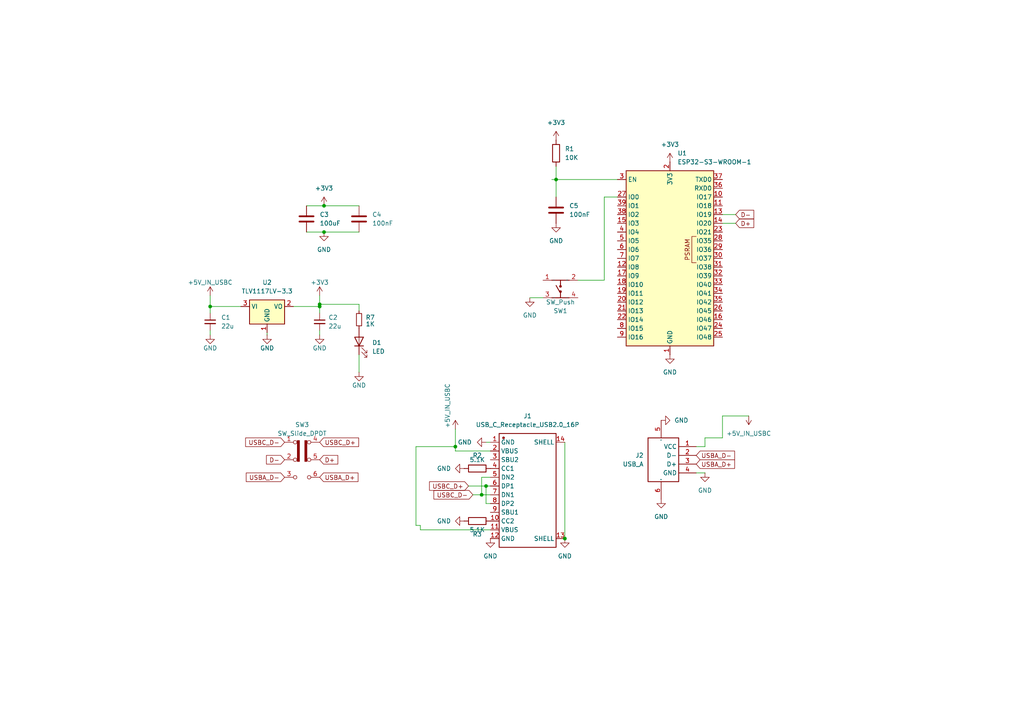
<source format=kicad_sch>
(kicad_sch
	(version 20250114)
	(generator "eeschema")
	(generator_version "9.0")
	(uuid "f42cfb4f-11ed-48ee-a094-d2ba96e1b79b")
	(paper "A4")
	(lib_symbols
		(symbol "Device:C"
			(pin_numbers
				(hide yes)
			)
			(pin_names
				(offset 0.254)
			)
			(exclude_from_sim no)
			(in_bom yes)
			(on_board yes)
			(property "Reference" "C"
				(at 0.635 2.54 0)
				(effects
					(font
						(size 1.27 1.27)
					)
					(justify left)
				)
			)
			(property "Value" "C"
				(at 0.635 -2.54 0)
				(effects
					(font
						(size 1.27 1.27)
					)
					(justify left)
				)
			)
			(property "Footprint" ""
				(at 0.9652 -3.81 0)
				(effects
					(font
						(size 1.27 1.27)
					)
					(hide yes)
				)
			)
			(property "Datasheet" "~"
				(at 0 0 0)
				(effects
					(font
						(size 1.27 1.27)
					)
					(hide yes)
				)
			)
			(property "Description" "Unpolarized capacitor"
				(at 0 0 0)
				(effects
					(font
						(size 1.27 1.27)
					)
					(hide yes)
				)
			)
			(property "ki_keywords" "cap capacitor"
				(at 0 0 0)
				(effects
					(font
						(size 1.27 1.27)
					)
					(hide yes)
				)
			)
			(property "ki_fp_filters" "C_*"
				(at 0 0 0)
				(effects
					(font
						(size 1.27 1.27)
					)
					(hide yes)
				)
			)
			(symbol "C_0_1"
				(polyline
					(pts
						(xy -2.032 0.762) (xy 2.032 0.762)
					)
					(stroke
						(width 0.508)
						(type default)
					)
					(fill
						(type none)
					)
				)
				(polyline
					(pts
						(xy -2.032 -0.762) (xy 2.032 -0.762)
					)
					(stroke
						(width 0.508)
						(type default)
					)
					(fill
						(type none)
					)
				)
			)
			(symbol "C_1_1"
				(pin passive line
					(at 0 3.81 270)
					(length 2.794)
					(name "~"
						(effects
							(font
								(size 1.27 1.27)
							)
						)
					)
					(number "1"
						(effects
							(font
								(size 1.27 1.27)
							)
						)
					)
				)
				(pin passive line
					(at 0 -3.81 90)
					(length 2.794)
					(name "~"
						(effects
							(font
								(size 1.27 1.27)
							)
						)
					)
					(number "2"
						(effects
							(font
								(size 1.27 1.27)
							)
						)
					)
				)
			)
			(embedded_fonts no)
		)
		(symbol "Device:C_Small"
			(pin_numbers
				(hide yes)
			)
			(pin_names
				(offset 0.254)
				(hide yes)
			)
			(exclude_from_sim no)
			(in_bom yes)
			(on_board yes)
			(property "Reference" "C"
				(at 0.254 1.778 0)
				(effects
					(font
						(size 1.27 1.27)
					)
					(justify left)
				)
			)
			(property "Value" "C_Small"
				(at 0.254 -2.032 0)
				(effects
					(font
						(size 1.27 1.27)
					)
					(justify left)
				)
			)
			(property "Footprint" ""
				(at 0 0 0)
				(effects
					(font
						(size 1.27 1.27)
					)
					(hide yes)
				)
			)
			(property "Datasheet" "~"
				(at 0 0 0)
				(effects
					(font
						(size 1.27 1.27)
					)
					(hide yes)
				)
			)
			(property "Description" "Unpolarized capacitor, small symbol"
				(at 0 0 0)
				(effects
					(font
						(size 1.27 1.27)
					)
					(hide yes)
				)
			)
			(property "ki_keywords" "capacitor cap"
				(at 0 0 0)
				(effects
					(font
						(size 1.27 1.27)
					)
					(hide yes)
				)
			)
			(property "ki_fp_filters" "C_*"
				(at 0 0 0)
				(effects
					(font
						(size 1.27 1.27)
					)
					(hide yes)
				)
			)
			(symbol "C_Small_0_1"
				(polyline
					(pts
						(xy -1.524 0.508) (xy 1.524 0.508)
					)
					(stroke
						(width 0.3048)
						(type default)
					)
					(fill
						(type none)
					)
				)
				(polyline
					(pts
						(xy -1.524 -0.508) (xy 1.524 -0.508)
					)
					(stroke
						(width 0.3302)
						(type default)
					)
					(fill
						(type none)
					)
				)
			)
			(symbol "C_Small_1_1"
				(pin passive line
					(at 0 2.54 270)
					(length 2.032)
					(name "~"
						(effects
							(font
								(size 1.27 1.27)
							)
						)
					)
					(number "1"
						(effects
							(font
								(size 1.27 1.27)
							)
						)
					)
				)
				(pin passive line
					(at 0 -2.54 90)
					(length 2.032)
					(name "~"
						(effects
							(font
								(size 1.27 1.27)
							)
						)
					)
					(number "2"
						(effects
							(font
								(size 1.27 1.27)
							)
						)
					)
				)
			)
			(embedded_fonts no)
		)
		(symbol "Device:LED"
			(pin_numbers
				(hide yes)
			)
			(pin_names
				(offset 1.016)
				(hide yes)
			)
			(exclude_from_sim no)
			(in_bom yes)
			(on_board yes)
			(property "Reference" "D"
				(at 0 2.54 0)
				(effects
					(font
						(size 1.27 1.27)
					)
				)
			)
			(property "Value" "LED"
				(at 0 -2.54 0)
				(effects
					(font
						(size 1.27 1.27)
					)
				)
			)
			(property "Footprint" ""
				(at 0 0 0)
				(effects
					(font
						(size 1.27 1.27)
					)
					(hide yes)
				)
			)
			(property "Datasheet" "~"
				(at 0 0 0)
				(effects
					(font
						(size 1.27 1.27)
					)
					(hide yes)
				)
			)
			(property "Description" "Light emitting diode"
				(at 0 0 0)
				(effects
					(font
						(size 1.27 1.27)
					)
					(hide yes)
				)
			)
			(property "Sim.Pins" "1=K 2=A"
				(at 0 0 0)
				(effects
					(font
						(size 1.27 1.27)
					)
					(hide yes)
				)
			)
			(property "ki_keywords" "LED diode"
				(at 0 0 0)
				(effects
					(font
						(size 1.27 1.27)
					)
					(hide yes)
				)
			)
			(property "ki_fp_filters" "LED* LED_SMD:* LED_THT:*"
				(at 0 0 0)
				(effects
					(font
						(size 1.27 1.27)
					)
					(hide yes)
				)
			)
			(symbol "LED_0_1"
				(polyline
					(pts
						(xy -3.048 -0.762) (xy -4.572 -2.286) (xy -3.81 -2.286) (xy -4.572 -2.286) (xy -4.572 -1.524)
					)
					(stroke
						(width 0)
						(type default)
					)
					(fill
						(type none)
					)
				)
				(polyline
					(pts
						(xy -1.778 -0.762) (xy -3.302 -2.286) (xy -2.54 -2.286) (xy -3.302 -2.286) (xy -3.302 -1.524)
					)
					(stroke
						(width 0)
						(type default)
					)
					(fill
						(type none)
					)
				)
				(polyline
					(pts
						(xy -1.27 0) (xy 1.27 0)
					)
					(stroke
						(width 0)
						(type default)
					)
					(fill
						(type none)
					)
				)
				(polyline
					(pts
						(xy -1.27 -1.27) (xy -1.27 1.27)
					)
					(stroke
						(width 0.254)
						(type default)
					)
					(fill
						(type none)
					)
				)
				(polyline
					(pts
						(xy 1.27 -1.27) (xy 1.27 1.27) (xy -1.27 0) (xy 1.27 -1.27)
					)
					(stroke
						(width 0.254)
						(type default)
					)
					(fill
						(type none)
					)
				)
			)
			(symbol "LED_1_1"
				(pin passive line
					(at -3.81 0 0)
					(length 2.54)
					(name "K"
						(effects
							(font
								(size 1.27 1.27)
							)
						)
					)
					(number "1"
						(effects
							(font
								(size 1.27 1.27)
							)
						)
					)
				)
				(pin passive line
					(at 3.81 0 180)
					(length 2.54)
					(name "A"
						(effects
							(font
								(size 1.27 1.27)
							)
						)
					)
					(number "2"
						(effects
							(font
								(size 1.27 1.27)
							)
						)
					)
				)
			)
			(embedded_fonts no)
		)
		(symbol "Device:R"
			(pin_numbers
				(hide yes)
			)
			(pin_names
				(offset 0)
			)
			(exclude_from_sim no)
			(in_bom yes)
			(on_board yes)
			(property "Reference" "R"
				(at 2.032 0 90)
				(effects
					(font
						(size 1.27 1.27)
					)
				)
			)
			(property "Value" "R"
				(at 0 0 90)
				(effects
					(font
						(size 1.27 1.27)
					)
				)
			)
			(property "Footprint" ""
				(at -1.778 0 90)
				(effects
					(font
						(size 1.27 1.27)
					)
					(hide yes)
				)
			)
			(property "Datasheet" "~"
				(at 0 0 0)
				(effects
					(font
						(size 1.27 1.27)
					)
					(hide yes)
				)
			)
			(property "Description" "Resistor"
				(at 0 0 0)
				(effects
					(font
						(size 1.27 1.27)
					)
					(hide yes)
				)
			)
			(property "ki_keywords" "R res resistor"
				(at 0 0 0)
				(effects
					(font
						(size 1.27 1.27)
					)
					(hide yes)
				)
			)
			(property "ki_fp_filters" "R_*"
				(at 0 0 0)
				(effects
					(font
						(size 1.27 1.27)
					)
					(hide yes)
				)
			)
			(symbol "R_0_1"
				(rectangle
					(start -1.016 -2.54)
					(end 1.016 2.54)
					(stroke
						(width 0.254)
						(type default)
					)
					(fill
						(type none)
					)
				)
			)
			(symbol "R_1_1"
				(pin passive line
					(at 0 3.81 270)
					(length 1.27)
					(name "~"
						(effects
							(font
								(size 1.27 1.27)
							)
						)
					)
					(number "1"
						(effects
							(font
								(size 1.27 1.27)
							)
						)
					)
				)
				(pin passive line
					(at 0 -3.81 90)
					(length 1.27)
					(name "~"
						(effects
							(font
								(size 1.27 1.27)
							)
						)
					)
					(number "2"
						(effects
							(font
								(size 1.27 1.27)
							)
						)
					)
				)
			)
			(embedded_fonts no)
		)
		(symbol "Device:R_Small"
			(pin_numbers
				(hide yes)
			)
			(pin_names
				(offset 0.254)
				(hide yes)
			)
			(exclude_from_sim no)
			(in_bom yes)
			(on_board yes)
			(property "Reference" "R"
				(at 0.762 0.508 0)
				(effects
					(font
						(size 1.27 1.27)
					)
					(justify left)
				)
			)
			(property "Value" "R_Small"
				(at 0.762 -1.016 0)
				(effects
					(font
						(size 1.27 1.27)
					)
					(justify left)
				)
			)
			(property "Footprint" ""
				(at 0 0 0)
				(effects
					(font
						(size 1.27 1.27)
					)
					(hide yes)
				)
			)
			(property "Datasheet" "~"
				(at 0 0 0)
				(effects
					(font
						(size 1.27 1.27)
					)
					(hide yes)
				)
			)
			(property "Description" "Resistor, small symbol"
				(at 0 0 0)
				(effects
					(font
						(size 1.27 1.27)
					)
					(hide yes)
				)
			)
			(property "ki_keywords" "R resistor"
				(at 0 0 0)
				(effects
					(font
						(size 1.27 1.27)
					)
					(hide yes)
				)
			)
			(property "ki_fp_filters" "R_*"
				(at 0 0 0)
				(effects
					(font
						(size 1.27 1.27)
					)
					(hide yes)
				)
			)
			(symbol "R_Small_0_1"
				(rectangle
					(start -0.762 1.778)
					(end 0.762 -1.778)
					(stroke
						(width 0.2032)
						(type default)
					)
					(fill
						(type none)
					)
				)
			)
			(symbol "R_Small_1_1"
				(pin passive line
					(at 0 2.54 270)
					(length 0.762)
					(name "~"
						(effects
							(font
								(size 1.27 1.27)
							)
						)
					)
					(number "1"
						(effects
							(font
								(size 1.27 1.27)
							)
						)
					)
				)
				(pin passive line
					(at 0 -2.54 90)
					(length 0.762)
					(name "~"
						(effects
							(font
								(size 1.27 1.27)
							)
						)
					)
					(number "2"
						(effects
							(font
								(size 1.27 1.27)
							)
						)
					)
				)
			)
			(embedded_fonts no)
		)
		(symbol "RF_Module:ESP32-S3-WROOM-1"
			(exclude_from_sim no)
			(in_bom yes)
			(on_board yes)
			(property "Reference" "U"
				(at -12.7 26.67 0)
				(effects
					(font
						(size 1.27 1.27)
					)
				)
			)
			(property "Value" "ESP32-S3-WROOM-1"
				(at 12.7 26.67 0)
				(effects
					(font
						(size 1.27 1.27)
					)
				)
			)
			(property "Footprint" "RF_Module:ESP32-S3-WROOM-1"
				(at 0 2.54 0)
				(effects
					(font
						(size 1.27 1.27)
					)
					(hide yes)
				)
			)
			(property "Datasheet" "https://www.espressif.com/sites/default/files/documentation/esp32-s3-wroom-1_wroom-1u_datasheet_en.pdf"
				(at 0 0 0)
				(effects
					(font
						(size 1.27 1.27)
					)
					(hide yes)
				)
			)
			(property "Description" "RF Module, ESP32-S3 SoC, Wi-Fi 802.11b/g/n, Bluetooth, BLE, 32-bit, 3.3V, onboard antenna, SMD"
				(at 0 0 0)
				(effects
					(font
						(size 1.27 1.27)
					)
					(hide yes)
				)
			)
			(property "ki_keywords" "RF Radio BT ESP ESP32-S3 Espressif onboard PCB antenna"
				(at 0 0 0)
				(effects
					(font
						(size 1.27 1.27)
					)
					(hide yes)
				)
			)
			(property "ki_fp_filters" "ESP32?S3?WROOM?1*"
				(at 0 0 0)
				(effects
					(font
						(size 1.27 1.27)
					)
					(hide yes)
				)
			)
			(symbol "ESP32-S3-WROOM-1_0_0"
				(rectangle
					(start -12.7 25.4)
					(end 12.7 -25.4)
					(stroke
						(width 0.254)
						(type default)
					)
					(fill
						(type background)
					)
				)
				(text "PSRAM"
					(at 5.08 2.54 900)
					(effects
						(font
							(size 1.27 1.27)
						)
					)
				)
			)
			(symbol "ESP32-S3-WROOM-1_0_1"
				(polyline
					(pts
						(xy 7.62 -1.27) (xy 6.35 -1.27) (xy 6.35 6.35) (xy 7.62 6.35)
					)
					(stroke
						(width 0)
						(type default)
					)
					(fill
						(type none)
					)
				)
			)
			(symbol "ESP32-S3-WROOM-1_1_1"
				(pin input line
					(at -15.24 22.86 0)
					(length 2.54)
					(name "EN"
						(effects
							(font
								(size 1.27 1.27)
							)
						)
					)
					(number "3"
						(effects
							(font
								(size 1.27 1.27)
							)
						)
					)
				)
				(pin bidirectional line
					(at -15.24 17.78 0)
					(length 2.54)
					(name "IO0"
						(effects
							(font
								(size 1.27 1.27)
							)
						)
					)
					(number "27"
						(effects
							(font
								(size 1.27 1.27)
							)
						)
					)
				)
				(pin bidirectional line
					(at -15.24 15.24 0)
					(length 2.54)
					(name "IO1"
						(effects
							(font
								(size 1.27 1.27)
							)
						)
					)
					(number "39"
						(effects
							(font
								(size 1.27 1.27)
							)
						)
					)
				)
				(pin bidirectional line
					(at -15.24 12.7 0)
					(length 2.54)
					(name "IO2"
						(effects
							(font
								(size 1.27 1.27)
							)
						)
					)
					(number "38"
						(effects
							(font
								(size 1.27 1.27)
							)
						)
					)
				)
				(pin bidirectional line
					(at -15.24 10.16 0)
					(length 2.54)
					(name "IO3"
						(effects
							(font
								(size 1.27 1.27)
							)
						)
					)
					(number "15"
						(effects
							(font
								(size 1.27 1.27)
							)
						)
					)
				)
				(pin bidirectional line
					(at -15.24 7.62 0)
					(length 2.54)
					(name "IO4"
						(effects
							(font
								(size 1.27 1.27)
							)
						)
					)
					(number "4"
						(effects
							(font
								(size 1.27 1.27)
							)
						)
					)
				)
				(pin bidirectional line
					(at -15.24 5.08 0)
					(length 2.54)
					(name "IO5"
						(effects
							(font
								(size 1.27 1.27)
							)
						)
					)
					(number "5"
						(effects
							(font
								(size 1.27 1.27)
							)
						)
					)
				)
				(pin bidirectional line
					(at -15.24 2.54 0)
					(length 2.54)
					(name "IO6"
						(effects
							(font
								(size 1.27 1.27)
							)
						)
					)
					(number "6"
						(effects
							(font
								(size 1.27 1.27)
							)
						)
					)
				)
				(pin bidirectional line
					(at -15.24 0 0)
					(length 2.54)
					(name "IO7"
						(effects
							(font
								(size 1.27 1.27)
							)
						)
					)
					(number "7"
						(effects
							(font
								(size 1.27 1.27)
							)
						)
					)
				)
				(pin bidirectional line
					(at -15.24 -2.54 0)
					(length 2.54)
					(name "IO8"
						(effects
							(font
								(size 1.27 1.27)
							)
						)
					)
					(number "12"
						(effects
							(font
								(size 1.27 1.27)
							)
						)
					)
				)
				(pin bidirectional line
					(at -15.24 -5.08 0)
					(length 2.54)
					(name "IO9"
						(effects
							(font
								(size 1.27 1.27)
							)
						)
					)
					(number "17"
						(effects
							(font
								(size 1.27 1.27)
							)
						)
					)
				)
				(pin bidirectional line
					(at -15.24 -7.62 0)
					(length 2.54)
					(name "IO10"
						(effects
							(font
								(size 1.27 1.27)
							)
						)
					)
					(number "18"
						(effects
							(font
								(size 1.27 1.27)
							)
						)
					)
				)
				(pin bidirectional line
					(at -15.24 -10.16 0)
					(length 2.54)
					(name "IO11"
						(effects
							(font
								(size 1.27 1.27)
							)
						)
					)
					(number "19"
						(effects
							(font
								(size 1.27 1.27)
							)
						)
					)
				)
				(pin bidirectional line
					(at -15.24 -12.7 0)
					(length 2.54)
					(name "IO12"
						(effects
							(font
								(size 1.27 1.27)
							)
						)
					)
					(number "20"
						(effects
							(font
								(size 1.27 1.27)
							)
						)
					)
				)
				(pin bidirectional line
					(at -15.24 -15.24 0)
					(length 2.54)
					(name "IO13"
						(effects
							(font
								(size 1.27 1.27)
							)
						)
					)
					(number "21"
						(effects
							(font
								(size 1.27 1.27)
							)
						)
					)
				)
				(pin bidirectional line
					(at -15.24 -17.78 0)
					(length 2.54)
					(name "IO14"
						(effects
							(font
								(size 1.27 1.27)
							)
						)
					)
					(number "22"
						(effects
							(font
								(size 1.27 1.27)
							)
						)
					)
				)
				(pin bidirectional line
					(at -15.24 -20.32 0)
					(length 2.54)
					(name "IO15"
						(effects
							(font
								(size 1.27 1.27)
							)
						)
					)
					(number "8"
						(effects
							(font
								(size 1.27 1.27)
							)
						)
					)
				)
				(pin bidirectional line
					(at -15.24 -22.86 0)
					(length 2.54)
					(name "IO16"
						(effects
							(font
								(size 1.27 1.27)
							)
						)
					)
					(number "9"
						(effects
							(font
								(size 1.27 1.27)
							)
						)
					)
				)
				(pin power_in line
					(at 0 27.94 270)
					(length 2.54)
					(name "3V3"
						(effects
							(font
								(size 1.27 1.27)
							)
						)
					)
					(number "2"
						(effects
							(font
								(size 1.27 1.27)
							)
						)
					)
				)
				(pin power_in line
					(at 0 -27.94 90)
					(length 2.54)
					(name "GND"
						(effects
							(font
								(size 1.27 1.27)
							)
						)
					)
					(number "1"
						(effects
							(font
								(size 1.27 1.27)
							)
						)
					)
				)
				(pin passive line
					(at 0 -27.94 90)
					(length 2.54)
					(hide yes)
					(name "GND"
						(effects
							(font
								(size 1.27 1.27)
							)
						)
					)
					(number "40"
						(effects
							(font
								(size 1.27 1.27)
							)
						)
					)
				)
				(pin passive line
					(at 0 -27.94 90)
					(length 2.54)
					(hide yes)
					(name "GND"
						(effects
							(font
								(size 1.27 1.27)
							)
						)
					)
					(number "41"
						(effects
							(font
								(size 1.27 1.27)
							)
						)
					)
				)
				(pin bidirectional line
					(at 15.24 22.86 180)
					(length 2.54)
					(name "TXD0"
						(effects
							(font
								(size 1.27 1.27)
							)
						)
					)
					(number "37"
						(effects
							(font
								(size 1.27 1.27)
							)
						)
					)
				)
				(pin bidirectional line
					(at 15.24 20.32 180)
					(length 2.54)
					(name "RXD0"
						(effects
							(font
								(size 1.27 1.27)
							)
						)
					)
					(number "36"
						(effects
							(font
								(size 1.27 1.27)
							)
						)
					)
				)
				(pin bidirectional line
					(at 15.24 17.78 180)
					(length 2.54)
					(name "IO17"
						(effects
							(font
								(size 1.27 1.27)
							)
						)
					)
					(number "10"
						(effects
							(font
								(size 1.27 1.27)
							)
						)
					)
				)
				(pin bidirectional line
					(at 15.24 15.24 180)
					(length 2.54)
					(name "IO18"
						(effects
							(font
								(size 1.27 1.27)
							)
						)
					)
					(number "11"
						(effects
							(font
								(size 1.27 1.27)
							)
						)
					)
				)
				(pin bidirectional line
					(at 15.24 12.7 180)
					(length 2.54)
					(name "IO19"
						(effects
							(font
								(size 1.27 1.27)
							)
						)
					)
					(number "13"
						(effects
							(font
								(size 1.27 1.27)
							)
						)
					)
				)
				(pin bidirectional line
					(at 15.24 10.16 180)
					(length 2.54)
					(name "IO20"
						(effects
							(font
								(size 1.27 1.27)
							)
						)
					)
					(number "14"
						(effects
							(font
								(size 1.27 1.27)
							)
						)
					)
				)
				(pin bidirectional line
					(at 15.24 7.62 180)
					(length 2.54)
					(name "IO21"
						(effects
							(font
								(size 1.27 1.27)
							)
						)
					)
					(number "23"
						(effects
							(font
								(size 1.27 1.27)
							)
						)
					)
				)
				(pin bidirectional line
					(at 15.24 5.08 180)
					(length 2.54)
					(name "IO35"
						(effects
							(font
								(size 1.27 1.27)
							)
						)
					)
					(number "28"
						(effects
							(font
								(size 1.27 1.27)
							)
						)
					)
				)
				(pin bidirectional line
					(at 15.24 2.54 180)
					(length 2.54)
					(name "IO36"
						(effects
							(font
								(size 1.27 1.27)
							)
						)
					)
					(number "29"
						(effects
							(font
								(size 1.27 1.27)
							)
						)
					)
				)
				(pin bidirectional line
					(at 15.24 0 180)
					(length 2.54)
					(name "IO37"
						(effects
							(font
								(size 1.27 1.27)
							)
						)
					)
					(number "30"
						(effects
							(font
								(size 1.27 1.27)
							)
						)
					)
				)
				(pin bidirectional line
					(at 15.24 -2.54 180)
					(length 2.54)
					(name "IO38"
						(effects
							(font
								(size 1.27 1.27)
							)
						)
					)
					(number "31"
						(effects
							(font
								(size 1.27 1.27)
							)
						)
					)
				)
				(pin bidirectional line
					(at 15.24 -5.08 180)
					(length 2.54)
					(name "IO39"
						(effects
							(font
								(size 1.27 1.27)
							)
						)
					)
					(number "32"
						(effects
							(font
								(size 1.27 1.27)
							)
						)
					)
				)
				(pin bidirectional line
					(at 15.24 -7.62 180)
					(length 2.54)
					(name "IO40"
						(effects
							(font
								(size 1.27 1.27)
							)
						)
					)
					(number "33"
						(effects
							(font
								(size 1.27 1.27)
							)
						)
					)
				)
				(pin bidirectional line
					(at 15.24 -10.16 180)
					(length 2.54)
					(name "IO41"
						(effects
							(font
								(size 1.27 1.27)
							)
						)
					)
					(number "34"
						(effects
							(font
								(size 1.27 1.27)
							)
						)
					)
				)
				(pin bidirectional line
					(at 15.24 -12.7 180)
					(length 2.54)
					(name "IO42"
						(effects
							(font
								(size 1.27 1.27)
							)
						)
					)
					(number "35"
						(effects
							(font
								(size 1.27 1.27)
							)
						)
					)
				)
				(pin bidirectional line
					(at 15.24 -15.24 180)
					(length 2.54)
					(name "IO45"
						(effects
							(font
								(size 1.27 1.27)
							)
						)
					)
					(number "26"
						(effects
							(font
								(size 1.27 1.27)
							)
						)
					)
				)
				(pin bidirectional line
					(at 15.24 -17.78 180)
					(length 2.54)
					(name "IO46"
						(effects
							(font
								(size 1.27 1.27)
							)
						)
					)
					(number "16"
						(effects
							(font
								(size 1.27 1.27)
							)
						)
					)
				)
				(pin bidirectional line
					(at 15.24 -20.32 180)
					(length 2.54)
					(name "IO47"
						(effects
							(font
								(size 1.27 1.27)
							)
						)
					)
					(number "24"
						(effects
							(font
								(size 1.27 1.27)
							)
						)
					)
				)
				(pin bidirectional line
					(at 15.24 -22.86 180)
					(length 2.54)
					(name "IO48"
						(effects
							(font
								(size 1.27 1.27)
							)
						)
					)
					(number "25"
						(effects
							(font
								(size 1.27 1.27)
							)
						)
					)
				)
			)
			(embedded_fonts no)
		)
		(symbol "Regulator_Linear:LM1117MP-3.3"
			(exclude_from_sim no)
			(in_bom yes)
			(on_board yes)
			(property "Reference" "U"
				(at -3.81 3.175 0)
				(effects
					(font
						(size 1.27 1.27)
					)
				)
			)
			(property "Value" "LM1117MP-3.3"
				(at 0 3.175 0)
				(effects
					(font
						(size 1.27 1.27)
					)
					(justify left)
				)
			)
			(property "Footprint" "Package_TO_SOT_SMD:SOT-223-3_TabPin2"
				(at 0 0 0)
				(effects
					(font
						(size 1.27 1.27)
					)
					(hide yes)
				)
			)
			(property "Datasheet" "http://www.ti.com/lit/ds/symlink/lm1117.pdf"
				(at 0 0 0)
				(effects
					(font
						(size 1.27 1.27)
					)
					(hide yes)
				)
			)
			(property "Description" "800mA Low-Dropout Linear Regulator, 3.3V fixed output, SOT-223"
				(at 0 0 0)
				(effects
					(font
						(size 1.27 1.27)
					)
					(hide yes)
				)
			)
			(property "ki_keywords" "linear regulator ldo fixed positive"
				(at 0 0 0)
				(effects
					(font
						(size 1.27 1.27)
					)
					(hide yes)
				)
			)
			(property "ki_fp_filters" "SOT?223*"
				(at 0 0 0)
				(effects
					(font
						(size 1.27 1.27)
					)
					(hide yes)
				)
			)
			(symbol "LM1117MP-3.3_0_1"
				(rectangle
					(start -5.08 -5.08)
					(end 5.08 1.905)
					(stroke
						(width 0.254)
						(type default)
					)
					(fill
						(type background)
					)
				)
			)
			(symbol "LM1117MP-3.3_1_1"
				(pin power_in line
					(at -7.62 0 0)
					(length 2.54)
					(name "VI"
						(effects
							(font
								(size 1.27 1.27)
							)
						)
					)
					(number "3"
						(effects
							(font
								(size 1.27 1.27)
							)
						)
					)
				)
				(pin power_in line
					(at 0 -7.62 90)
					(length 2.54)
					(name "GND"
						(effects
							(font
								(size 1.27 1.27)
							)
						)
					)
					(number "1"
						(effects
							(font
								(size 1.27 1.27)
							)
						)
					)
				)
				(pin power_out line
					(at 7.62 0 180)
					(length 2.54)
					(name "VO"
						(effects
							(font
								(size 1.27 1.27)
							)
						)
					)
					(number "2"
						(effects
							(font
								(size 1.27 1.27)
							)
						)
					)
				)
			)
			(embedded_fonts no)
		)
		(symbol "Switch:SW_Slide_DPDT"
			(pin_names
				(offset 0)
				(hide yes)
			)
			(exclude_from_sim no)
			(in_bom yes)
			(on_board yes)
			(property "Reference" "SW"
				(at 0 6.858 0)
				(effects
					(font
						(size 1.27 1.27)
					)
				)
			)
			(property "Value" "SW_Slide_DPDT"
				(at 0 -8.128 0)
				(effects
					(font
						(size 1.27 1.27)
					)
				)
			)
			(property "Footprint" ""
				(at 13.97 5.08 0)
				(effects
					(font
						(size 1.27 1.27)
					)
					(hide yes)
				)
			)
			(property "Datasheet" "~"
				(at 0 0 0)
				(effects
					(font
						(size 1.27 1.27)
					)
					(hide yes)
				)
			)
			(property "Description" "Slide Switch, dual pole double throw"
				(at 0 0 0)
				(effects
					(font
						(size 1.27 1.27)
					)
					(hide yes)
				)
			)
			(property "ki_keywords" "switch dual-pole double-throw dpdt ON-ON"
				(at 0 0 0)
				(effects
					(font
						(size 1.27 1.27)
					)
					(hide yes)
				)
			)
			(symbol "SW_Slide_DPDT_0_0"
				(circle
					(center -2.032 5.08)
					(radius 0.508)
					(stroke
						(width 0)
						(type default)
					)
					(fill
						(type none)
					)
				)
				(circle
					(center -2.032 -5.08)
					(radius 0.508)
					(stroke
						(width 0)
						(type default)
					)
					(fill
						(type none)
					)
				)
				(circle
					(center 2.032 0)
					(radius 0.508)
					(stroke
						(width 0)
						(type default)
					)
					(fill
						(type none)
					)
				)
				(circle
					(center 2.032 -5.08)
					(radius 0.508)
					(stroke
						(width 0)
						(type default)
					)
					(fill
						(type none)
					)
				)
			)
			(symbol "SW_Slide_DPDT_0_1"
				(circle
					(center -2.032 0)
					(radius 0.508)
					(stroke
						(width 0)
						(type default)
					)
					(fill
						(type none)
					)
				)
				(circle
					(center 2.032 5.08)
					(radius 0.508)
					(stroke
						(width 0)
						(type default)
					)
					(fill
						(type none)
					)
				)
			)
			(symbol "SW_Slide_DPDT_1_1"
				(rectangle
					(start -1.397 5.588)
					(end -0.762 -0.508)
					(stroke
						(width 0)
						(type default)
					)
					(fill
						(type outline)
					)
				)
				(rectangle
					(start 0.762 5.588)
					(end 1.397 -0.508)
					(stroke
						(width 0)
						(type default)
					)
					(fill
						(type outline)
					)
				)
				(pin passive line
					(at -5.08 5.08 0)
					(length 2.54)
					(name "A"
						(effects
							(font
								(size 1.27 1.27)
							)
						)
					)
					(number "1"
						(effects
							(font
								(size 1.27 1.27)
							)
						)
					)
				)
				(pin passive line
					(at -5.08 0 0)
					(length 2.54)
					(name "B"
						(effects
							(font
								(size 1.27 1.27)
							)
						)
					)
					(number "2"
						(effects
							(font
								(size 1.27 1.27)
							)
						)
					)
				)
				(pin passive line
					(at -5.08 -5.08 0)
					(length 2.54)
					(name "C"
						(effects
							(font
								(size 1.27 1.27)
							)
						)
					)
					(number "3"
						(effects
							(font
								(size 1.27 1.27)
							)
						)
					)
				)
				(pin passive line
					(at 5.08 5.08 180)
					(length 2.54)
					(name "C"
						(effects
							(font
								(size 1.27 1.27)
							)
						)
					)
					(number "4"
						(effects
							(font
								(size 1.27 1.27)
							)
						)
					)
				)
				(pin passive line
					(at 5.08 0 180)
					(length 2.54)
					(name "B"
						(effects
							(font
								(size 1.27 1.27)
							)
						)
					)
					(number "5"
						(effects
							(font
								(size 1.27 1.27)
							)
						)
					)
				)
				(pin passive line
					(at 5.08 -5.08 180)
					(length 2.54)
					(name "A"
						(effects
							(font
								(size 1.27 1.27)
							)
						)
					)
					(number "6"
						(effects
							(font
								(size 1.27 1.27)
							)
						)
					)
				)
			)
			(embedded_fonts no)
		)
		(symbol "my_symbols:TPS645-5NC60"
			(exclude_from_sim no)
			(in_bom yes)
			(on_board yes)
			(property "Reference" "U?"
				(at 0 0 0)
				(effects
					(font
						(size 1.27 1.27)
					)
				)
			)
			(property "Value" "TPS645-5NC60"
				(at 0 0 0)
				(effects
					(font
						(size 1.27 1.27)
					)
				)
			)
			(property "Footprint" ""
				(at 0 0 0)
				(effects
					(font
						(size 1.27 1.27)
					)
					(hide yes)
				)
			)
			(property "Datasheet" ""
				(at 0 0 0)
				(effects
					(font
						(size 1.27 1.27)
					)
					(hide yes)
				)
			)
			(property "Description" ""
				(at 0 0 0)
				(effects
					(font
						(size 1.27 1.27)
					)
					(hide yes)
				)
			)
			(property "Manufacturer Part" "TPS645-5NC60"
				(at 0 0 0)
				(effects
					(font
						(size 1.27 1.27)
					)
					(hide yes)
				)
			)
			(property "Manufacturer" "ROCPU Switches(台普)"
				(at 0 0 0)
				(effects
					(font
						(size 1.27 1.27)
					)
					(hide yes)
				)
			)
			(property "Supplier Part" "C19191552"
				(at 0 0 0)
				(effects
					(font
						(size 1.27 1.27)
					)
					(hide yes)
				)
			)
			(property "Supplier" "LCSC"
				(at 0 0 0)
				(effects
					(font
						(size 1.27 1.27)
					)
					(hide yes)
				)
			)
			(symbol "TPS645-5NC60_0_0"
				(polyline
					(pts
						(xy -2.54 2.54) (xy 2.54 2.54)
					)
					(stroke
						(width 0.254)
						(type solid)
					)
					(fill
						(type none)
					)
				)
				(polyline
					(pts
						(xy -2.54 -2.54) (xy 2.54 -2.54)
					)
					(stroke
						(width 0.254)
						(type solid)
					)
					(fill
						(type none)
					)
				)
				(polyline
					(pts
						(xy -1.27 1.016) (xy -0.254 -0.762)
					)
					(stroke
						(width 0.254)
						(type solid)
					)
					(fill
						(type none)
					)
				)
				(polyline
					(pts
						(xy 0 2.54) (xy 0 1.524)
					)
					(stroke
						(width 0.254)
						(type solid)
					)
					(fill
						(type none)
					)
				)
				(polyline
					(pts
						(xy 0 1.524) (xy 0 0.762)
					)
					(stroke
						(width 0.254)
						(type solid)
					)
					(fill
						(type none)
					)
				)
				(circle
					(center 0 0.762)
					(radius 0.254)
					(stroke
						(width 0.254)
						(type solid)
					)
					(fill
						(type none)
					)
				)
				(circle
					(center 0 -0.762)
					(radius 0.254)
					(stroke
						(width 0.254)
						(type solid)
					)
					(fill
						(type none)
					)
				)
				(polyline
					(pts
						(xy 0 -2.54) (xy 0 -0.762)
					)
					(stroke
						(width 0.254)
						(type solid)
					)
					(fill
						(type none)
					)
				)
				(pin unspecified line
					(at -5.08 2.54 0)
					(length 2.54)
					(name "1"
						(effects
							(font
								(size 0.0254 0.0254)
							)
						)
					)
					(number "1"
						(effects
							(font
								(size 1.27 1.27)
							)
						)
					)
				)
				(pin unspecified line
					(at -5.08 -2.54 0)
					(length 2.54)
					(name "3"
						(effects
							(font
								(size 0.0254 0.0254)
							)
						)
					)
					(number "3"
						(effects
							(font
								(size 1.27 1.27)
							)
						)
					)
				)
				(pin unspecified line
					(at 5.08 2.54 180)
					(length 2.54)
					(name "2"
						(effects
							(font
								(size 0.0254 0.0254)
							)
						)
					)
					(number "2"
						(effects
							(font
								(size 1.27 1.27)
							)
						)
					)
				)
				(pin unspecified line
					(at 5.08 -2.54 180)
					(length 2.54)
					(name "4"
						(effects
							(font
								(size 0.0254 0.0254)
							)
						)
					)
					(number "4"
						(effects
							(font
								(size 1.27 1.27)
							)
						)
					)
				)
			)
			(embedded_fonts no)
		)
		(symbol "my_symbols:TYPE-C 16PIN 2MD(073)"
			(exclude_from_sim no)
			(in_bom yes)
			(on_board yes)
			(property "Reference" "USB?"
				(at 0 0 0)
				(effects
					(font
						(size 1.27 1.27)
					)
				)
			)
			(property "Value" "TYPE-C 16PIN 2MD(073)"
				(at 0 0 0)
				(effects
					(font
						(size 1.27 1.27)
					)
				)
			)
			(property "Footprint" ""
				(at 0 0 0)
				(effects
					(font
						(size 1.27 1.27)
					)
					(hide yes)
				)
			)
			(property "Datasheet" ""
				(at 0 0 0)
				(effects
					(font
						(size 1.27 1.27)
					)
					(hide yes)
				)
			)
			(property "Description" ""
				(at 0 0 0)
				(effects
					(font
						(size 1.27 1.27)
					)
					(hide yes)
				)
			)
			(property "Manufacturer Part" "TYPE-C 16PIN 2MD(073)"
				(at 0 0 0)
				(effects
					(font
						(size 1.27 1.27)
					)
					(hide yes)
				)
			)
			(property "Manufacturer" "SHOU HAN(首韩)"
				(at 0 0 0)
				(effects
					(font
						(size 1.27 1.27)
					)
					(hide yes)
				)
			)
			(property "Supplier Part" "C2765186"
				(at 0 0 0)
				(effects
					(font
						(size 1.27 1.27)
					)
					(hide yes)
				)
			)
			(property "Supplier" "LCSC"
				(at 0 0 0)
				(effects
					(font
						(size 1.27 1.27)
					)
					(hide yes)
				)
			)
			(symbol "TYPE-C 16PIN 2MD(073)_0_0"
				(rectangle
					(start -8.89 16.51)
					(end 7.62 -16.51)
					(stroke
						(width 0.254)
						(type solid)
					)
					(fill
						(type none)
					)
				)
				(circle
					(center -7.62 15.24)
					(radius 0.254)
					(stroke
						(width 0.254)
						(type solid)
					)
					(fill
						(type outline)
					)
				)
				(pin unspecified line
					(at -11.43 13.97 0)
					(length 2.54)
					(name "GND"
						(effects
							(font
								(size 1.27 1.27)
							)
						)
					)
					(number "1"
						(effects
							(font
								(size 1.27 1.27)
							)
						)
					)
				)
				(pin unspecified line
					(at -11.43 11.43 0)
					(length 2.54)
					(name "VBUS"
						(effects
							(font
								(size 1.27 1.27)
							)
						)
					)
					(number "2"
						(effects
							(font
								(size 1.27 1.27)
							)
						)
					)
				)
				(pin unspecified line
					(at -11.43 8.89 0)
					(length 2.54)
					(name "SBU2"
						(effects
							(font
								(size 1.27 1.27)
							)
						)
					)
					(number "3"
						(effects
							(font
								(size 1.27 1.27)
							)
						)
					)
				)
				(pin unspecified line
					(at -11.43 6.35 0)
					(length 2.54)
					(name "CC1"
						(effects
							(font
								(size 1.27 1.27)
							)
						)
					)
					(number "4"
						(effects
							(font
								(size 1.27 1.27)
							)
						)
					)
				)
				(pin unspecified line
					(at -11.43 3.81 0)
					(length 2.54)
					(name "DN2"
						(effects
							(font
								(size 1.27 1.27)
							)
						)
					)
					(number "5"
						(effects
							(font
								(size 1.27 1.27)
							)
						)
					)
				)
				(pin unspecified line
					(at -11.43 1.27 0)
					(length 2.54)
					(name "DP1"
						(effects
							(font
								(size 1.27 1.27)
							)
						)
					)
					(number "6"
						(effects
							(font
								(size 1.27 1.27)
							)
						)
					)
				)
				(pin unspecified line
					(at -11.43 -1.27 0)
					(length 2.54)
					(name "DN1"
						(effects
							(font
								(size 1.27 1.27)
							)
						)
					)
					(number "7"
						(effects
							(font
								(size 1.27 1.27)
							)
						)
					)
				)
				(pin unspecified line
					(at -11.43 -3.81 0)
					(length 2.54)
					(name "DP2"
						(effects
							(font
								(size 1.27 1.27)
							)
						)
					)
					(number "8"
						(effects
							(font
								(size 1.27 1.27)
							)
						)
					)
				)
				(pin unspecified line
					(at -11.43 -6.35 0)
					(length 2.54)
					(name "SBU1"
						(effects
							(font
								(size 1.27 1.27)
							)
						)
					)
					(number "9"
						(effects
							(font
								(size 1.27 1.27)
							)
						)
					)
				)
				(pin unspecified line
					(at -11.43 -8.89 0)
					(length 2.54)
					(name "CC2"
						(effects
							(font
								(size 1.27 1.27)
							)
						)
					)
					(number "10"
						(effects
							(font
								(size 1.27 1.27)
							)
						)
					)
				)
				(pin unspecified line
					(at -11.43 -11.43 0)
					(length 2.54)
					(name "VBUS"
						(effects
							(font
								(size 1.27 1.27)
							)
						)
					)
					(number "11"
						(effects
							(font
								(size 1.27 1.27)
							)
						)
					)
				)
				(pin unspecified line
					(at -11.43 -13.97 0)
					(length 2.54)
					(name "GND"
						(effects
							(font
								(size 1.27 1.27)
							)
						)
					)
					(number "12"
						(effects
							(font
								(size 1.27 1.27)
							)
						)
					)
				)
				(pin unspecified line
					(at 10.16 13.97 180)
					(length 2.54)
					(name "SHELL"
						(effects
							(font
								(size 1.27 1.27)
							)
						)
					)
					(number "14"
						(effects
							(font
								(size 1.27 1.27)
							)
						)
					)
				)
				(pin unspecified line
					(at 10.16 -13.97 180)
					(length 2.54)
					(name "SHELL"
						(effects
							(font
								(size 1.27 1.27)
							)
						)
					)
					(number "13"
						(effects
							(font
								(size 1.27 1.27)
							)
						)
					)
				)
			)
			(embedded_fonts no)
		)
		(symbol "my_symbols:USBA"
			(exclude_from_sim no)
			(in_bom yes)
			(on_board yes)
			(property "Reference" "USB?"
				(at 0 0 0)
				(effects
					(font
						(size 1.27 1.27)
					)
				)
			)
			(property "Value" "USBA"
				(at 0 0 0)
				(effects
					(font
						(size 1.27 1.27)
					)
				)
			)
			(property "Footprint" ""
				(at 0 0 0)
				(effects
					(font
						(size 1.27 1.27)
					)
					(hide yes)
				)
			)
			(property "Datasheet" ""
				(at 0 0 0)
				(effects
					(font
						(size 1.27 1.27)
					)
					(hide yes)
				)
			)
			(property "Description" ""
				(at 0 0 0)
				(effects
					(font
						(size 1.27 1.27)
					)
					(hide yes)
				)
			)
			(property "Manufacturer Part" "AF180QT1.0"
				(at 0 0 0)
				(effects
					(font
						(size 1.27 1.27)
					)
					(hide yes)
				)
			)
			(property "Manufacturer" "SHOU HAN(首韩)"
				(at 0 0 0)
				(effects
					(font
						(size 1.27 1.27)
					)
					(hide yes)
				)
			)
			(property "Supplier Part" "C404963"
				(at 0 0 0)
				(effects
					(font
						(size 1.27 1.27)
					)
					(hide yes)
				)
			)
			(property "Supplier" "LCSC"
				(at 0 0 0)
				(effects
					(font
						(size 1.27 1.27)
					)
					(hide yes)
				)
			)
			(symbol "USBA_0_0"
				(rectangle
					(start -8.89 5.08)
					(end 0 -7.62)
					(stroke
						(width 0.254)
						(type solid)
					)
					(fill
						(type none)
					)
				)
				(pin unspecified line
					(at -5.08 10.16 270)
					(length 5.08)
					(name "SH1"
						(effects
							(font
								(size 0.0254 0.0254)
							)
						)
					)
					(number "5"
						(effects
							(font
								(size 1.27 1.27)
							)
						)
					)
				)
				(pin unspecified line
					(at -5.08 -12.7 90)
					(length 5.08)
					(name "SH2"
						(effects
							(font
								(size 0.0254 0.0254)
							)
						)
					)
					(number "6"
						(effects
							(font
								(size 1.27 1.27)
							)
						)
					)
				)
				(pin input line
					(at 5.08 2.54 180)
					(length 5.08)
					(name "VCC"
						(effects
							(font
								(size 1.27 1.27)
							)
						)
					)
					(number "1"
						(effects
							(font
								(size 1.27 1.27)
							)
						)
					)
				)
				(pin input line
					(at 5.08 0 180)
					(length 5.08)
					(name "D-"
						(effects
							(font
								(size 1.27 1.27)
							)
						)
					)
					(number "2"
						(effects
							(font
								(size 1.27 1.27)
							)
						)
					)
				)
				(pin input line
					(at 5.08 -2.54 180)
					(length 5.08)
					(name "D+"
						(effects
							(font
								(size 1.27 1.27)
							)
						)
					)
					(number "3"
						(effects
							(font
								(size 1.27 1.27)
							)
						)
					)
				)
				(pin input line
					(at 5.08 -5.08 180)
					(length 5.08)
					(name "GND"
						(effects
							(font
								(size 1.27 1.27)
							)
						)
					)
					(number "4"
						(effects
							(font
								(size 1.27 1.27)
							)
						)
					)
				)
			)
			(embedded_fonts no)
		)
		(symbol "power:+3.3V"
			(power)
			(pin_names
				(offset 0)
			)
			(exclude_from_sim no)
			(in_bom yes)
			(on_board yes)
			(property "Reference" "#PWR"
				(at 0 -3.81 0)
				(effects
					(font
						(size 1.27 1.27)
					)
					(hide yes)
				)
			)
			(property "Value" "+3.3V"
				(at 0 3.556 0)
				(effects
					(font
						(size 1.27 1.27)
					)
				)
			)
			(property "Footprint" ""
				(at 0 0 0)
				(effects
					(font
						(size 1.27 1.27)
					)
					(hide yes)
				)
			)
			(property "Datasheet" ""
				(at 0 0 0)
				(effects
					(font
						(size 1.27 1.27)
					)
					(hide yes)
				)
			)
			(property "Description" "Power symbol creates a global label with name \"+3.3V\""
				(at 0 0 0)
				(effects
					(font
						(size 1.27 1.27)
					)
					(hide yes)
				)
			)
			(property "ki_keywords" "global power"
				(at 0 0 0)
				(effects
					(font
						(size 1.27 1.27)
					)
					(hide yes)
				)
			)
			(symbol "+3.3V_0_1"
				(polyline
					(pts
						(xy -0.762 1.27) (xy 0 2.54)
					)
					(stroke
						(width 0)
						(type default)
					)
					(fill
						(type none)
					)
				)
				(polyline
					(pts
						(xy 0 2.54) (xy 0.762 1.27)
					)
					(stroke
						(width 0)
						(type default)
					)
					(fill
						(type none)
					)
				)
				(polyline
					(pts
						(xy 0 0) (xy 0 2.54)
					)
					(stroke
						(width 0)
						(type default)
					)
					(fill
						(type none)
					)
				)
			)
			(symbol "+3.3V_1_1"
				(pin power_in line
					(at 0 0 90)
					(length 0)
					(hide yes)
					(name "+3.3V"
						(effects
							(font
								(size 1.27 1.27)
							)
						)
					)
					(number "1"
						(effects
							(font
								(size 1.27 1.27)
							)
						)
					)
				)
			)
			(embedded_fonts no)
		)
		(symbol "power:+3V3"
			(power)
			(pin_numbers
				(hide yes)
			)
			(pin_names
				(offset 0)
				(hide yes)
			)
			(exclude_from_sim no)
			(in_bom yes)
			(on_board yes)
			(property "Reference" "#PWR"
				(at 0 -3.81 0)
				(effects
					(font
						(size 1.27 1.27)
					)
					(hide yes)
				)
			)
			(property "Value" "+3V3"
				(at 0 3.556 0)
				(effects
					(font
						(size 1.27 1.27)
					)
				)
			)
			(property "Footprint" ""
				(at 0 0 0)
				(effects
					(font
						(size 1.27 1.27)
					)
					(hide yes)
				)
			)
			(property "Datasheet" ""
				(at 0 0 0)
				(effects
					(font
						(size 1.27 1.27)
					)
					(hide yes)
				)
			)
			(property "Description" "Power symbol creates a global label with name \"+3V3\""
				(at 0 0 0)
				(effects
					(font
						(size 1.27 1.27)
					)
					(hide yes)
				)
			)
			(property "ki_keywords" "global power"
				(at 0 0 0)
				(effects
					(font
						(size 1.27 1.27)
					)
					(hide yes)
				)
			)
			(symbol "+3V3_0_1"
				(polyline
					(pts
						(xy -0.762 1.27) (xy 0 2.54)
					)
					(stroke
						(width 0)
						(type default)
					)
					(fill
						(type none)
					)
				)
				(polyline
					(pts
						(xy 0 2.54) (xy 0.762 1.27)
					)
					(stroke
						(width 0)
						(type default)
					)
					(fill
						(type none)
					)
				)
				(polyline
					(pts
						(xy 0 0) (xy 0 2.54)
					)
					(stroke
						(width 0)
						(type default)
					)
					(fill
						(type none)
					)
				)
			)
			(symbol "+3V3_1_1"
				(pin power_in line
					(at 0 0 90)
					(length 0)
					(name "~"
						(effects
							(font
								(size 1.27 1.27)
							)
						)
					)
					(number "1"
						(effects
							(font
								(size 1.27 1.27)
							)
						)
					)
				)
			)
			(embedded_fonts no)
		)
		(symbol "power:+5V"
			(power)
			(pin_numbers
				(hide yes)
			)
			(pin_names
				(offset 0)
				(hide yes)
			)
			(exclude_from_sim no)
			(in_bom yes)
			(on_board yes)
			(property "Reference" "#PWR"
				(at 0 -3.81 0)
				(effects
					(font
						(size 1.27 1.27)
					)
					(hide yes)
				)
			)
			(property "Value" "+5V"
				(at 0 3.556 0)
				(effects
					(font
						(size 1.27 1.27)
					)
				)
			)
			(property "Footprint" ""
				(at 0 0 0)
				(effects
					(font
						(size 1.27 1.27)
					)
					(hide yes)
				)
			)
			(property "Datasheet" ""
				(at 0 0 0)
				(effects
					(font
						(size 1.27 1.27)
					)
					(hide yes)
				)
			)
			(property "Description" "Power symbol creates a global label with name \"+5V\""
				(at 0 0 0)
				(effects
					(font
						(size 1.27 1.27)
					)
					(hide yes)
				)
			)
			(property "ki_keywords" "global power"
				(at 0 0 0)
				(effects
					(font
						(size 1.27 1.27)
					)
					(hide yes)
				)
			)
			(symbol "+5V_0_1"
				(polyline
					(pts
						(xy -0.762 1.27) (xy 0 2.54)
					)
					(stroke
						(width 0)
						(type default)
					)
					(fill
						(type none)
					)
				)
				(polyline
					(pts
						(xy 0 2.54) (xy 0.762 1.27)
					)
					(stroke
						(width 0)
						(type default)
					)
					(fill
						(type none)
					)
				)
				(polyline
					(pts
						(xy 0 0) (xy 0 2.54)
					)
					(stroke
						(width 0)
						(type default)
					)
					(fill
						(type none)
					)
				)
			)
			(symbol "+5V_1_1"
				(pin power_in line
					(at 0 0 90)
					(length 0)
					(name "~"
						(effects
							(font
								(size 1.27 1.27)
							)
						)
					)
					(number "1"
						(effects
							(font
								(size 1.27 1.27)
							)
						)
					)
				)
			)
			(embedded_fonts no)
		)
		(symbol "power:GND"
			(power)
			(pin_numbers
				(hide yes)
			)
			(pin_names
				(offset 0)
				(hide yes)
			)
			(exclude_from_sim no)
			(in_bom yes)
			(on_board yes)
			(property "Reference" "#PWR"
				(at 0 -6.35 0)
				(effects
					(font
						(size 1.27 1.27)
					)
					(hide yes)
				)
			)
			(property "Value" "GND"
				(at 0 -3.81 0)
				(effects
					(font
						(size 1.27 1.27)
					)
				)
			)
			(property "Footprint" ""
				(at 0 0 0)
				(effects
					(font
						(size 1.27 1.27)
					)
					(hide yes)
				)
			)
			(property "Datasheet" ""
				(at 0 0 0)
				(effects
					(font
						(size 1.27 1.27)
					)
					(hide yes)
				)
			)
			(property "Description" "Power symbol creates a global label with name \"GND\" , ground"
				(at 0 0 0)
				(effects
					(font
						(size 1.27 1.27)
					)
					(hide yes)
				)
			)
			(property "ki_keywords" "global power"
				(at 0 0 0)
				(effects
					(font
						(size 1.27 1.27)
					)
					(hide yes)
				)
			)
			(symbol "GND_0_1"
				(polyline
					(pts
						(xy 0 0) (xy 0 -1.27) (xy 1.27 -1.27) (xy 0 -2.54) (xy -1.27 -1.27) (xy 0 -1.27)
					)
					(stroke
						(width 0)
						(type default)
					)
					(fill
						(type none)
					)
				)
			)
			(symbol "GND_1_1"
				(pin power_in line
					(at 0 0 270)
					(length 0)
					(name "~"
						(effects
							(font
								(size 1.27 1.27)
							)
						)
					)
					(number "1"
						(effects
							(font
								(size 1.27 1.27)
							)
						)
					)
				)
			)
			(embedded_fonts no)
		)
	)
	(junction
		(at 163.83 156.21)
		(diameter 0)
		(color 0 0 0 0)
		(uuid "57390500-523b-4bfd-9e44-4eca0eb8017f")
	)
	(junction
		(at 161.29 52.07)
		(diameter 0)
		(color 0 0 0 0)
		(uuid "5946a00d-9492-40dc-8190-2a973bff7884")
	)
	(junction
		(at 139.7 143.51)
		(diameter 0)
		(color 0 0 0 0)
		(uuid "6604c525-35b2-4f2e-b1cd-9f1c356c40b0")
	)
	(junction
		(at 93.98 59.69)
		(diameter 0)
		(color 0 0 0 0)
		(uuid "700d37ab-2f7c-4eb8-9eca-807ea00d654a")
	)
	(junction
		(at 140.97 140.97)
		(diameter 0)
		(color 0 0 0 0)
		(uuid "820fd6d3-227f-4b03-9290-9831557d23db")
	)
	(junction
		(at 92.71 88.9)
		(diameter 0)
		(color 0 0 0 0)
		(uuid "ab1b4322-589e-4919-bcce-53282394186d")
	)
	(junction
		(at 92.71 88.265)
		(diameter 0)
		(color 0 0 0 0)
		(uuid "bd783066-bfdf-469f-8398-37720cf36f4b")
	)
	(junction
		(at 132.08 129.54)
		(diameter 0)
		(color 0 0 0 0)
		(uuid "d995f1b3-6193-43b5-be63-e00ded94b18d")
	)
	(junction
		(at 60.96 88.9)
		(diameter 0)
		(color 0 0 0 0)
		(uuid "da32e7f5-af56-4f00-8854-9220553eed70")
	)
	(junction
		(at 93.98 67.31)
		(diameter 0)
		(color 0 0 0 0)
		(uuid "ed19176e-4c6a-46e4-b5e8-a453a6ed86a0")
	)
	(wire
		(pts
			(xy 139.7 143.51) (xy 142.24 143.51)
		)
		(stroke
			(width 0)
			(type default)
		)
		(uuid "03352879-04de-444d-873c-9b1a0844e262")
	)
	(wire
		(pts
			(xy 167.64 81.28) (xy 175.26 81.28)
		)
		(stroke
			(width 0)
			(type default)
		)
		(uuid "03d4ef6e-bcb2-4471-ab21-6f562345addd")
	)
	(wire
		(pts
			(xy 204.47 127) (xy 209.55 127)
		)
		(stroke
			(width 0)
			(type default)
		)
		(uuid "0d2893a1-eb59-4c3f-844b-2f01431b5c78")
	)
	(wire
		(pts
			(xy 121.92 153.67) (xy 142.24 153.67)
		)
		(stroke
			(width 0)
			(type default)
		)
		(uuid "10427310-ac42-4f6a-96d1-d3b41c4b3938")
	)
	(wire
		(pts
			(xy 132.08 124.46) (xy 132.08 129.54)
		)
		(stroke
			(width 0)
			(type default)
		)
		(uuid "121e0ea5-0205-4669-98a2-ebc14ecb60ed")
	)
	(wire
		(pts
			(xy 92.71 85.725) (xy 92.71 88.265)
		)
		(stroke
			(width 0)
			(type default)
		)
		(uuid "1dcc9646-5807-45b1-94a1-1c9e5eac7d1a")
	)
	(wire
		(pts
			(xy 139.7 138.43) (xy 139.7 143.51)
		)
		(stroke
			(width 0)
			(type default)
		)
		(uuid "22602866-5fc2-48dc-9bfe-74150f2c2856")
	)
	(wire
		(pts
			(xy 209.55 62.23) (xy 213.36 62.23)
		)
		(stroke
			(width 0)
			(type default)
		)
		(uuid "27180f6b-e9e9-4a59-a2ae-10a42212aff4")
	)
	(wire
		(pts
			(xy 142.24 130.81) (xy 132.08 130.81)
		)
		(stroke
			(width 0)
			(type default)
		)
		(uuid "2a03c2df-75d8-416d-80c0-18552c0195b0")
	)
	(wire
		(pts
			(xy 142.24 138.43) (xy 139.7 138.43)
		)
		(stroke
			(width 0)
			(type default)
		)
		(uuid "2ad8aca6-3cd4-42b3-a1fb-20a2f2bcdeae")
	)
	(wire
		(pts
			(xy 88.9 67.31) (xy 93.98 67.31)
		)
		(stroke
			(width 0)
			(type default)
		)
		(uuid "2e4d0eb1-50c2-4730-a694-81b4ad897d99")
	)
	(wire
		(pts
			(xy 77.47 96.52) (xy 77.47 97.155)
		)
		(stroke
			(width 0)
			(type default)
		)
		(uuid "2f0746a7-fb1d-4063-9d92-337810aa06b8")
	)
	(wire
		(pts
			(xy 121.92 152.4) (xy 121.92 153.67)
		)
		(stroke
			(width 0)
			(type default)
		)
		(uuid "31a9b4ae-c7b5-4da8-bb56-89069011db51")
	)
	(wire
		(pts
			(xy 60.96 85.725) (xy 60.96 88.9)
		)
		(stroke
			(width 0)
			(type default)
		)
		(uuid "39163a03-a61b-438c-80cf-bce61d35f392")
	)
	(wire
		(pts
			(xy 209.55 127) (xy 209.55 120.65)
		)
		(stroke
			(width 0)
			(type default)
		)
		(uuid "3cb0e140-5136-4c4c-aa59-c11758794101")
	)
	(wire
		(pts
			(xy 213.36 64.77) (xy 209.55 64.77)
		)
		(stroke
			(width 0)
			(type default)
		)
		(uuid "406eb2c6-5e37-4c9f-b4d0-1472bfcb8d71")
	)
	(wire
		(pts
			(xy 204.47 129.54) (xy 201.93 129.54)
		)
		(stroke
			(width 0)
			(type default)
		)
		(uuid "467cac46-8302-4e18-bf83-6cd38d49ee82")
	)
	(wire
		(pts
			(xy 209.55 120.65) (xy 217.17 120.65)
		)
		(stroke
			(width 0)
			(type default)
		)
		(uuid "4ce30334-531e-4643-9f64-98b0e42755e4")
	)
	(wire
		(pts
			(xy 92.71 95.885) (xy 92.71 97.155)
		)
		(stroke
			(width 0)
			(type default)
		)
		(uuid "51728752-8bab-4455-a606-598fae1f8fb9")
	)
	(wire
		(pts
			(xy 93.98 59.69) (xy 104.14 59.69)
		)
		(stroke
			(width 0)
			(type default)
		)
		(uuid "5320e17f-7acd-4763-8258-1bd4395fd836")
	)
	(wire
		(pts
			(xy 137.16 143.51) (xy 139.7 143.51)
		)
		(stroke
			(width 0)
			(type default)
		)
		(uuid "53e88171-c1c5-4de2-9df5-819fa5f09c3a")
	)
	(wire
		(pts
			(xy 161.29 52.07) (xy 161.29 48.26)
		)
		(stroke
			(width 0)
			(type default)
		)
		(uuid "5e1c8130-9d88-43e5-a47a-06533d5e9115")
	)
	(wire
		(pts
			(xy 153.67 86.36) (xy 157.48 86.36)
		)
		(stroke
			(width 0)
			(type default)
		)
		(uuid "6ae792f7-cf9c-4496-a10a-aec2e0677eb9")
	)
	(wire
		(pts
			(xy 60.96 88.9) (xy 60.96 90.805)
		)
		(stroke
			(width 0)
			(type default)
		)
		(uuid "6b159d97-87f7-4caf-8d47-b8e825835fa5")
	)
	(wire
		(pts
			(xy 142.24 146.05) (xy 140.97 146.05)
		)
		(stroke
			(width 0)
			(type default)
		)
		(uuid "6b8c5368-79a2-41e6-b9a1-623c877d47b8")
	)
	(wire
		(pts
			(xy 104.14 88.265) (xy 92.71 88.265)
		)
		(stroke
			(width 0)
			(type default)
		)
		(uuid "6f679a22-8eaa-4164-9a3f-66151db96d4c")
	)
	(wire
		(pts
			(xy 69.85 88.9) (xy 60.96 88.9)
		)
		(stroke
			(width 0)
			(type default)
		)
		(uuid "81c95473-2aef-49cb-a1b0-81bf0ed265a3")
	)
	(wire
		(pts
			(xy 92.71 88.9) (xy 92.71 90.805)
		)
		(stroke
			(width 0)
			(type default)
		)
		(uuid "82c4e474-d983-4723-9bdb-22de9606871b")
	)
	(wire
		(pts
			(xy 161.29 57.15) (xy 161.29 52.07)
		)
		(stroke
			(width 0)
			(type default)
		)
		(uuid "8b3f5795-ac7f-4cc1-89a0-8d16b9a65ab6")
	)
	(wire
		(pts
			(xy 201.93 137.16) (xy 204.47 137.16)
		)
		(stroke
			(width 0)
			(type default)
		)
		(uuid "8f4c39f5-095f-4414-b756-d40a2949e8b8")
	)
	(wire
		(pts
			(xy 132.08 129.54) (xy 120.65 129.54)
		)
		(stroke
			(width 0)
			(type default)
		)
		(uuid "93c81eee-303f-4c53-a3bc-8b5a76c50056")
	)
	(wire
		(pts
			(xy 175.26 57.15) (xy 179.07 57.15)
		)
		(stroke
			(width 0)
			(type default)
		)
		(uuid "a07af9a9-dbb4-4ceb-b03d-a664e6f11cd0")
	)
	(wire
		(pts
			(xy 88.9 59.69) (xy 93.98 59.69)
		)
		(stroke
			(width 0)
			(type default)
		)
		(uuid "a15a5cf1-038f-45e3-8fc8-db6d3be1ee35")
	)
	(wire
		(pts
			(xy 204.47 127) (xy 204.47 129.54)
		)
		(stroke
			(width 0)
			(type default)
		)
		(uuid "a9f38cb4-b709-4d0e-a6f2-518e79ff72e0")
	)
	(wire
		(pts
			(xy 163.83 128.27) (xy 163.83 156.21)
		)
		(stroke
			(width 0)
			(type default)
		)
		(uuid "a9f8d0f7-d307-48b6-89b8-3fcd58c1703e")
	)
	(wire
		(pts
			(xy 120.65 129.54) (xy 120.65 152.4)
		)
		(stroke
			(width 0)
			(type default)
		)
		(uuid "adbba381-524a-4a01-9a30-fc7fc499a780")
	)
	(wire
		(pts
			(xy 175.26 57.15) (xy 175.26 81.28)
		)
		(stroke
			(width 0)
			(type default)
		)
		(uuid "ae16b7e4-465d-4bcb-984b-37a3452b8f10")
	)
	(wire
		(pts
			(xy 92.71 88.265) (xy 92.71 88.9)
		)
		(stroke
			(width 0)
			(type default)
		)
		(uuid "b00c77b2-cc0b-482a-89ba-8d29306bbca4")
	)
	(wire
		(pts
			(xy 140.97 128.27) (xy 142.24 128.27)
		)
		(stroke
			(width 0)
			(type default)
		)
		(uuid "b8a98132-f587-435d-a9e5-551a5855007c")
	)
	(wire
		(pts
			(xy 85.09 88.9) (xy 92.71 88.9)
		)
		(stroke
			(width 0)
			(type default)
		)
		(uuid "be690c01-3ca2-47f9-94ad-6f42366a00eb")
	)
	(wire
		(pts
			(xy 160.02 52.07) (xy 161.29 52.07)
		)
		(stroke
			(width 0)
			(type default)
		)
		(uuid "bfdc6482-5d55-40ac-9b65-4d956f0f3e17")
	)
	(wire
		(pts
			(xy 140.97 146.05) (xy 140.97 140.97)
		)
		(stroke
			(width 0)
			(type default)
		)
		(uuid "c1085d99-b164-4fd3-94bc-f2b37618f4d6")
	)
	(wire
		(pts
			(xy 161.29 52.07) (xy 179.07 52.07)
		)
		(stroke
			(width 0)
			(type default)
		)
		(uuid "cedeaf35-b7b7-4236-a393-10e27b76540d")
	)
	(wire
		(pts
			(xy 135.89 140.97) (xy 140.97 140.97)
		)
		(stroke
			(width 0)
			(type default)
		)
		(uuid "cf8c153c-dcfd-427f-9492-a454d71d8ff6")
	)
	(wire
		(pts
			(xy 120.65 152.4) (xy 121.92 152.4)
		)
		(stroke
			(width 0)
			(type default)
		)
		(uuid "d4abc9a7-6195-4738-8c3c-47264c0d3e14")
	)
	(wire
		(pts
			(xy 132.08 129.54) (xy 132.08 130.81)
		)
		(stroke
			(width 0)
			(type default)
		)
		(uuid "d7400471-60bd-4fc7-8b45-bc43b5112ff5")
	)
	(wire
		(pts
			(xy 104.14 102.87) (xy 104.14 107.95)
		)
		(stroke
			(width 0)
			(type default)
		)
		(uuid "da654c0f-68cc-496c-8677-289517939307")
	)
	(wire
		(pts
			(xy 140.97 140.97) (xy 142.24 140.97)
		)
		(stroke
			(width 0)
			(type default)
		)
		(uuid "f2f05c3f-9c01-4272-a70a-876644ec1094")
	)
	(wire
		(pts
			(xy 93.98 67.31) (xy 104.14 67.31)
		)
		(stroke
			(width 0)
			(type default)
		)
		(uuid "f4847eea-dd8c-4158-81f1-2533e4127e4a")
	)
	(wire
		(pts
			(xy 60.96 95.885) (xy 60.96 97.155)
		)
		(stroke
			(width 0)
			(type default)
		)
		(uuid "f98ce38d-e721-4897-97b5-c925080840e3")
	)
	(wire
		(pts
			(xy 104.14 90.17) (xy 104.14 88.265)
		)
		(stroke
			(width 0)
			(type default)
		)
		(uuid "fb7c5ede-77c4-4589-837c-7b1d943c6697")
	)
	(global_label "USBA_D+"
		(shape input)
		(at 201.93 134.62 0)
		(fields_autoplaced yes)
		(effects
			(font
				(size 1.27 1.27)
			)
			(justify left)
		)
		(uuid "17bc62da-3b72-4312-b2ee-790e1b04d16e")
		(property "Intersheetrefs" "${INTERSHEET_REFS}"
			(at 213.6238 134.62 0)
			(effects
				(font
					(size 1.27 1.27)
				)
				(justify left)
				(hide yes)
			)
		)
	)
	(global_label "USBC_D-"
		(shape input)
		(at 82.55 128.27 180)
		(fields_autoplaced yes)
		(effects
			(font
				(size 1.27 1.27)
			)
			(justify right)
		)
		(uuid "29cef642-b89d-45bc-8108-2babf31ab367")
		(property "Intersheetrefs" "${INTERSHEET_REFS}"
			(at 70.6748 128.27 0)
			(effects
				(font
					(size 1.27 1.27)
				)
				(justify right)
				(hide yes)
			)
		)
	)
	(global_label "USBA_D-"
		(shape input)
		(at 201.93 132.08 0)
		(fields_autoplaced yes)
		(effects
			(font
				(size 1.27 1.27)
			)
			(justify left)
		)
		(uuid "3145cbcd-021f-4f5a-9056-69535683b9d8")
		(property "Intersheetrefs" "${INTERSHEET_REFS}"
			(at 213.6238 132.08 0)
			(effects
				(font
					(size 1.27 1.27)
				)
				(justify left)
				(hide yes)
			)
		)
	)
	(global_label "USBA_D-"
		(shape input)
		(at 82.55 138.43 180)
		(fields_autoplaced yes)
		(effects
			(font
				(size 1.27 1.27)
			)
			(justify right)
		)
		(uuid "89aa3298-4047-4f6e-8aa9-ba4c23d4d689")
		(property "Intersheetrefs" "${INTERSHEET_REFS}"
			(at 70.8562 138.43 0)
			(effects
				(font
					(size 1.27 1.27)
				)
				(justify right)
				(hide yes)
			)
		)
	)
	(global_label "USBA_D+"
		(shape input)
		(at 92.71 138.43 0)
		(fields_autoplaced yes)
		(effects
			(font
				(size 1.27 1.27)
			)
			(justify left)
		)
		(uuid "a2165b41-a65d-429b-a7ad-bfe69d5ea854")
		(property "Intersheetrefs" "${INTERSHEET_REFS}"
			(at 104.4038 138.43 0)
			(effects
				(font
					(size 1.27 1.27)
				)
				(justify left)
				(hide yes)
			)
		)
	)
	(global_label "D-"
		(shape input)
		(at 213.36 62.23 0)
		(fields_autoplaced yes)
		(effects
			(font
				(size 1.27 1.27)
			)
			(justify left)
		)
		(uuid "a248623b-89b8-472f-ba9e-56b5d21c5b07")
		(property "Intersheetrefs" "${INTERSHEET_REFS}"
			(at 219.1876 62.23 0)
			(effects
				(font
					(size 1.27 1.27)
				)
				(justify left)
				(hide yes)
			)
		)
	)
	(global_label "D-"
		(shape input)
		(at 82.55 133.35 180)
		(fields_autoplaced yes)
		(effects
			(font
				(size 1.27 1.27)
			)
			(justify right)
		)
		(uuid "b0b8d30d-ef69-4acf-9f26-dbbe4b3bf255")
		(property "Intersheetrefs" "${INTERSHEET_REFS}"
			(at 76.7224 133.35 0)
			(effects
				(font
					(size 1.27 1.27)
				)
				(justify right)
				(hide yes)
			)
		)
	)
	(global_label "D+"
		(shape input)
		(at 213.36 64.77 0)
		(fields_autoplaced yes)
		(effects
			(font
				(size 1.27 1.27)
			)
			(justify left)
		)
		(uuid "bc407cf3-1de4-4edd-8372-33f857b2a334")
		(property "Intersheetrefs" "${INTERSHEET_REFS}"
			(at 219.1876 64.77 0)
			(effects
				(font
					(size 1.27 1.27)
				)
				(justify left)
				(hide yes)
			)
		)
	)
	(global_label "USBC_D+"
		(shape input)
		(at 135.89 140.97 180)
		(fields_autoplaced yes)
		(effects
			(font
				(size 1.27 1.27)
			)
			(justify right)
		)
		(uuid "bedf375c-4500-4610-bcd2-33ddfd27a044")
		(property "Intersheetrefs" "${INTERSHEET_REFS}"
			(at 124.0148 140.97 0)
			(effects
				(font
					(size 1.27 1.27)
				)
				(justify right)
				(hide yes)
			)
		)
	)
	(global_label "USBC_D+"
		(shape input)
		(at 92.71 128.27 0)
		(fields_autoplaced yes)
		(effects
			(font
				(size 1.27 1.27)
			)
			(justify left)
		)
		(uuid "f55c7c04-f42b-4498-9885-144d4d4a2fca")
		(property "Intersheetrefs" "${INTERSHEET_REFS}"
			(at 104.5852 128.27 0)
			(effects
				(font
					(size 1.27 1.27)
				)
				(justify left)
				(hide yes)
			)
		)
	)
	(global_label "D+"
		(shape input)
		(at 92.71 133.35 0)
		(fields_autoplaced yes)
		(effects
			(font
				(size 1.27 1.27)
			)
			(justify left)
		)
		(uuid "fa2aaf93-e121-4636-9df2-10f5a1581df5")
		(property "Intersheetrefs" "${INTERSHEET_REFS}"
			(at 98.5376 133.35 0)
			(effects
				(font
					(size 1.27 1.27)
				)
				(justify left)
				(hide yes)
			)
		)
	)
	(global_label "USBC_D-"
		(shape input)
		(at 137.16 143.51 180)
		(fields_autoplaced yes)
		(effects
			(font
				(size 1.27 1.27)
			)
			(justify right)
		)
		(uuid "faa01cff-aea8-4076-a7b7-42fdcf871018")
		(property "Intersheetrefs" "${INTERSHEET_REFS}"
			(at 125.2848 143.51 0)
			(effects
				(font
					(size 1.27 1.27)
				)
				(justify right)
				(hide yes)
			)
		)
	)
	(symbol
		(lib_id "power:GND")
		(at 60.96 97.155 0)
		(unit 1)
		(exclude_from_sim no)
		(in_bom yes)
		(on_board yes)
		(dnp no)
		(uuid "0188585e-01ef-4a1a-b854-a09ffd60385e")
		(property "Reference" "#PWR0101"
			(at 60.96 103.505 0)
			(effects
				(font
					(size 1.27 1.27)
				)
				(hide yes)
			)
		)
		(property "Value" "GND"
			(at 60.96 100.965 0)
			(effects
				(font
					(size 1.27 1.27)
				)
			)
		)
		(property "Footprint" ""
			(at 60.96 97.155 0)
			(effects
				(font
					(size 1.27 1.27)
				)
				(hide yes)
			)
		)
		(property "Datasheet" ""
			(at 60.96 97.155 0)
			(effects
				(font
					(size 1.27 1.27)
				)
				(hide yes)
			)
		)
		(property "Description" ""
			(at 60.96 97.155 0)
			(effects
				(font
					(size 1.27 1.27)
				)
			)
		)
		(pin "1"
			(uuid "be708608-7be7-4864-a9c5-74afc265ce63")
		)
		(instances
			(project "macropad_ha_kicad"
				(path "/f42cfb4f-11ed-48ee-a094-d2ba96e1b79b"
					(reference "#PWR0101")
					(unit 1)
				)
			)
		)
	)
	(symbol
		(lib_id "power:+3.3V")
		(at 92.71 85.725 0)
		(unit 1)
		(exclude_from_sim no)
		(in_bom yes)
		(on_board yes)
		(dnp no)
		(uuid "02a090c2-cff0-4d49-a5c7-34525d42fa4e")
		(property "Reference" "#PWR04"
			(at 92.71 89.535 0)
			(effects
				(font
					(size 1.27 1.27)
				)
				(hide yes)
			)
		)
		(property "Value" "+3V3"
			(at 92.71 81.915 0)
			(effects
				(font
					(size 1.27 1.27)
				)
			)
		)
		(property "Footprint" ""
			(at 92.71 85.725 0)
			(effects
				(font
					(size 1.27 1.27)
				)
				(hide yes)
			)
		)
		(property "Datasheet" ""
			(at 92.71 85.725 0)
			(effects
				(font
					(size 1.27 1.27)
				)
				(hide yes)
			)
		)
		(property "Description" ""
			(at 92.71 85.725 0)
			(effects
				(font
					(size 1.27 1.27)
				)
			)
		)
		(pin "1"
			(uuid "cf2d8e8e-0235-4742-be56-0e4f1e9603c9")
		)
		(instances
			(project "macropad_ha_kicad"
				(path "/f42cfb4f-11ed-48ee-a094-d2ba96e1b79b"
					(reference "#PWR04")
					(unit 1)
				)
			)
		)
	)
	(symbol
		(lib_id "power:GND")
		(at 142.24 156.21 0)
		(unit 1)
		(exclude_from_sim no)
		(in_bom yes)
		(on_board yes)
		(dnp no)
		(fields_autoplaced yes)
		(uuid "0ea02255-78d5-4682-988d-46da6c8c5535")
		(property "Reference" "#PWR014"
			(at 142.24 162.56 0)
			(effects
				(font
					(size 1.27 1.27)
				)
				(hide yes)
			)
		)
		(property "Value" "GND"
			(at 142.24 161.29 0)
			(effects
				(font
					(size 1.27 1.27)
				)
			)
		)
		(property "Footprint" ""
			(at 142.24 156.21 0)
			(effects
				(font
					(size 1.27 1.27)
				)
				(hide yes)
			)
		)
		(property "Datasheet" ""
			(at 142.24 156.21 0)
			(effects
				(font
					(size 1.27 1.27)
				)
				(hide yes)
			)
		)
		(property "Description" "Power symbol creates a global label with name \"GND\" , ground"
			(at 142.24 156.21 0)
			(effects
				(font
					(size 1.27 1.27)
				)
				(hide yes)
			)
		)
		(pin "1"
			(uuid "f41f4f57-225a-4a16-aa4e-24ab448074bf")
		)
		(instances
			(project "macropad_ha_kicad"
				(path "/f42cfb4f-11ed-48ee-a094-d2ba96e1b79b"
					(reference "#PWR014")
					(unit 1)
				)
			)
		)
	)
	(symbol
		(lib_id "power:GND")
		(at 161.29 64.77 0)
		(unit 1)
		(exclude_from_sim no)
		(in_bom yes)
		(on_board yes)
		(dnp no)
		(fields_autoplaced yes)
		(uuid "1914a134-264c-417e-b020-638b63c13ae0")
		(property "Reference" "#PWR09"
			(at 161.29 71.12 0)
			(effects
				(font
					(size 1.27 1.27)
				)
				(hide yes)
			)
		)
		(property "Value" "GND"
			(at 161.29 69.85 0)
			(effects
				(font
					(size 1.27 1.27)
				)
			)
		)
		(property "Footprint" ""
			(at 161.29 64.77 0)
			(effects
				(font
					(size 1.27 1.27)
				)
				(hide yes)
			)
		)
		(property "Datasheet" ""
			(at 161.29 64.77 0)
			(effects
				(font
					(size 1.27 1.27)
				)
				(hide yes)
			)
		)
		(property "Description" "Power symbol creates a global label with name \"GND\" , ground"
			(at 161.29 64.77 0)
			(effects
				(font
					(size 1.27 1.27)
				)
				(hide yes)
			)
		)
		(pin "1"
			(uuid "3bc9d54b-ae14-41e8-a872-0b17887a0817")
		)
		(instances
			(project "macropad_ha_kicad"
				(path "/f42cfb4f-11ed-48ee-a094-d2ba96e1b79b"
					(reference "#PWR09")
					(unit 1)
				)
			)
		)
	)
	(symbol
		(lib_id "power:+3V3")
		(at 161.29 40.64 0)
		(unit 1)
		(exclude_from_sim no)
		(in_bom yes)
		(on_board yes)
		(dnp no)
		(fields_autoplaced yes)
		(uuid "1da72f4a-1b92-435a-9fad-072b8b15f11e")
		(property "Reference" "#PWR08"
			(at 161.29 44.45 0)
			(effects
				(font
					(size 1.27 1.27)
				)
				(hide yes)
			)
		)
		(property "Value" "+3V3"
			(at 161.29 35.56 0)
			(effects
				(font
					(size 1.27 1.27)
				)
			)
		)
		(property "Footprint" ""
			(at 161.29 40.64 0)
			(effects
				(font
					(size 1.27 1.27)
				)
				(hide yes)
			)
		)
		(property "Datasheet" ""
			(at 161.29 40.64 0)
			(effects
				(font
					(size 1.27 1.27)
				)
				(hide yes)
			)
		)
		(property "Description" "Power symbol creates a global label with name \"+3V3\""
			(at 161.29 40.64 0)
			(effects
				(font
					(size 1.27 1.27)
				)
				(hide yes)
			)
		)
		(pin "1"
			(uuid "7d6cf822-07d7-4a64-8602-4c2970fad10a")
		)
		(instances
			(project "macropad_ha_kicad"
				(path "/f42cfb4f-11ed-48ee-a094-d2ba96e1b79b"
					(reference "#PWR08")
					(unit 1)
				)
			)
		)
	)
	(symbol
		(lib_id "my_symbols:USBA")
		(at 196.85 132.08 0)
		(unit 1)
		(exclude_from_sim no)
		(in_bom yes)
		(on_board yes)
		(dnp no)
		(fields_autoplaced yes)
		(uuid "22fdf99d-d6de-42dd-b0f3-732389e875cf")
		(property "Reference" "J2"
			(at 186.69 132.0799 0)
			(effects
				(font
					(size 1.27 1.27)
				)
				(justify right)
			)
		)
		(property "Value" "USB_A"
			(at 186.69 134.6199 0)
			(effects
				(font
					(size 1.27 1.27)
				)
				(justify right)
			)
		)
		(property "Footprint" "my_footprints:USB-A-SMD_AF180QT1.0"
			(at 196.85 132.08 0)
			(effects
				(font
					(size 1.27 1.27)
				)
				(hide yes)
			)
		)
		(property "Datasheet" "~"
			(at 196.85 132.08 0)
			(effects
				(font
					(size 1.27 1.27)
				)
				(hide yes)
			)
		)
		(property "Description" "USB Type A connector"
			(at 196.85 132.08 0)
			(effects
				(font
					(size 1.27 1.27)
				)
				(hide yes)
			)
		)
		(property "Manufacturer Part" "AF180QT1.0"
			(at 196.85 132.08 0)
			(effects
				(font
					(size 1.27 1.27)
				)
				(hide yes)
			)
		)
		(property "Manufacturer" "SHOU HAN(首韩)"
			(at 196.85 132.08 0)
			(effects
				(font
					(size 1.27 1.27)
				)
				(hide yes)
			)
		)
		(property "Supplier Part" "C404963"
			(at 196.85 132.08 0)
			(effects
				(font
					(size 1.27 1.27)
				)
				(hide yes)
			)
		)
		(property "Supplier" "LCSC"
			(at 196.85 132.08 0)
			(effects
				(font
					(size 1.27 1.27)
				)
				(hide yes)
			)
		)
		(pin "1"
			(uuid "30aea476-c260-4a24-ab9d-b79a52ba8fa0")
		)
		(pin "3"
			(uuid "0cebbf5b-4720-4d68-8af7-fb433fafb4ab")
		)
		(pin "5"
			(uuid "1eac89b3-fbd7-4cfd-892e-53491c6c1031")
		)
		(pin "4"
			(uuid "514003d6-9c7d-468f-966e-b7f5bfc6591e")
		)
		(pin "2"
			(uuid "55e02867-0fbd-4e70-aa0f-80fb5afe0ba6")
		)
		(pin "6"
			(uuid "2c636e69-0e49-4c84-92e2-d81ff44c2acc")
		)
		(instances
			(project ""
				(path "/f42cfb4f-11ed-48ee-a094-d2ba96e1b79b"
					(reference "J2")
					(unit 1)
				)
			)
		)
	)
	(symbol
		(lib_id "Device:LED")
		(at 104.14 99.06 90)
		(unit 1)
		(exclude_from_sim no)
		(in_bom yes)
		(on_board yes)
		(dnp no)
		(fields_autoplaced yes)
		(uuid "271a5972-58b5-4ed5-b28e-684953f1678b")
		(property "Reference" "D1"
			(at 107.95 99.3774 90)
			(effects
				(font
					(size 1.27 1.27)
				)
				(justify right)
			)
		)
		(property "Value" "LED"
			(at 107.95 101.9174 90)
			(effects
				(font
					(size 1.27 1.27)
				)
				(justify right)
			)
		)
		(property "Footprint" "my_footprints:LED0805-R-RD"
			(at 104.14 99.06 0)
			(effects
				(font
					(size 1.27 1.27)
				)
				(hide yes)
			)
		)
		(property "Datasheet" "~"
			(at 104.14 99.06 0)
			(effects
				(font
					(size 1.27 1.27)
				)
				(hide yes)
			)
		)
		(property "Description" "Light emitting diode"
			(at 104.14 99.06 0)
			(effects
				(font
					(size 1.27 1.27)
				)
				(hide yes)
			)
		)
		(property "Sim.Pins" "1=K 2=A"
			(at 104.14 99.06 0)
			(effects
				(font
					(size 1.27 1.27)
				)
				(hide yes)
			)
		)
		(pin "2"
			(uuid "104905e0-b55e-4649-8512-afe6e450ef7d")
		)
		(pin "1"
			(uuid "563b5613-4ea9-404d-990f-33659ccb57f4")
		)
		(instances
			(project ""
				(path "/f42cfb4f-11ed-48ee-a094-d2ba96e1b79b"
					(reference "D1")
					(unit 1)
				)
			)
		)
	)
	(symbol
		(lib_id "power:+5V")
		(at 132.08 124.46 0)
		(unit 1)
		(exclude_from_sim no)
		(in_bom yes)
		(on_board yes)
		(dnp no)
		(uuid "29908606-677d-4601-9ec7-a5a4a57d84aa")
		(property "Reference" "#PWR011"
			(at 132.08 128.27 0)
			(effects
				(font
					(size 1.27 1.27)
				)
				(hide yes)
			)
		)
		(property "Value" "+5V_IN_USBC"
			(at 129.794 124.206 90)
			(effects
				(font
					(size 1.27 1.27)
				)
				(justify left)
			)
		)
		(property "Footprint" ""
			(at 132.08 124.46 0)
			(effects
				(font
					(size 1.27 1.27)
				)
				(hide yes)
			)
		)
		(property "Datasheet" ""
			(at 132.08 124.46 0)
			(effects
				(font
					(size 1.27 1.27)
				)
				(hide yes)
			)
		)
		(property "Description" "Power symbol creates a global label with name \"+5V\""
			(at 132.08 124.46 0)
			(effects
				(font
					(size 1.27 1.27)
				)
				(hide yes)
			)
		)
		(pin "1"
			(uuid "b5b3e4b8-874e-43a8-90ba-f191763dd628")
		)
		(instances
			(project "macropad_ha_kicad"
				(path "/f42cfb4f-11ed-48ee-a094-d2ba96e1b79b"
					(reference "#PWR011")
					(unit 1)
				)
			)
		)
	)
	(symbol
		(lib_id "power:+3V3")
		(at 93.98 59.69 0)
		(unit 1)
		(exclude_from_sim no)
		(in_bom yes)
		(on_board yes)
		(dnp no)
		(fields_autoplaced yes)
		(uuid "2e0e92b7-aef7-45a1-afb3-797823684048")
		(property "Reference" "#PWR07"
			(at 93.98 63.5 0)
			(effects
				(font
					(size 1.27 1.27)
				)
				(hide yes)
			)
		)
		(property "Value" "+3V3"
			(at 93.98 54.61 0)
			(effects
				(font
					(size 1.27 1.27)
				)
			)
		)
		(property "Footprint" ""
			(at 93.98 59.69 0)
			(effects
				(font
					(size 1.27 1.27)
				)
				(hide yes)
			)
		)
		(property "Datasheet" ""
			(at 93.98 59.69 0)
			(effects
				(font
					(size 1.27 1.27)
				)
				(hide yes)
			)
		)
		(property "Description" "Power symbol creates a global label with name \"+3V3\""
			(at 93.98 59.69 0)
			(effects
				(font
					(size 1.27 1.27)
				)
				(hide yes)
			)
		)
		(pin "1"
			(uuid "e6f316ec-afc7-44a8-afd1-b2fd1049132b")
		)
		(instances
			(project "macropad_ha_kicad"
				(path "/f42cfb4f-11ed-48ee-a094-d2ba96e1b79b"
					(reference "#PWR07")
					(unit 1)
				)
			)
		)
	)
	(symbol
		(lib_id "power:+3V3")
		(at 194.31 46.99 0)
		(unit 1)
		(exclude_from_sim no)
		(in_bom yes)
		(on_board yes)
		(dnp no)
		(fields_autoplaced yes)
		(uuid "3a023bd7-4159-4c53-bdd8-fa61bf76b921")
		(property "Reference" "#PWR01"
			(at 194.31 50.8 0)
			(effects
				(font
					(size 1.27 1.27)
				)
				(hide yes)
			)
		)
		(property "Value" "+3V3"
			(at 194.31 41.91 0)
			(effects
				(font
					(size 1.27 1.27)
				)
			)
		)
		(property "Footprint" ""
			(at 194.31 46.99 0)
			(effects
				(font
					(size 1.27 1.27)
				)
				(hide yes)
			)
		)
		(property "Datasheet" ""
			(at 194.31 46.99 0)
			(effects
				(font
					(size 1.27 1.27)
				)
				(hide yes)
			)
		)
		(property "Description" "Power symbol creates a global label with name \"+3V3\""
			(at 194.31 46.99 0)
			(effects
				(font
					(size 1.27 1.27)
				)
				(hide yes)
			)
		)
		(pin "1"
			(uuid "0ef9f06f-75f7-47de-a829-b1c36bfeedeb")
		)
		(instances
			(project ""
				(path "/f42cfb4f-11ed-48ee-a094-d2ba96e1b79b"
					(reference "#PWR01")
					(unit 1)
				)
			)
		)
	)
	(symbol
		(lib_id "my_symbols:TYPE-C 16PIN 2MD(073)")
		(at 153.67 142.24 0)
		(unit 1)
		(exclude_from_sim no)
		(in_bom yes)
		(on_board yes)
		(dnp no)
		(fields_autoplaced yes)
		(uuid "3cd54786-d3b1-47c3-b390-3040aae64014")
		(property "Reference" "J1"
			(at 153.035 120.65 0)
			(effects
				(font
					(size 1.27 1.27)
				)
			)
		)
		(property "Value" "USB_C_Receptacle_USB2.0_16P"
			(at 153.035 123.19 0)
			(effects
				(font
					(size 1.27 1.27)
				)
			)
		)
		(property "Footprint" "my_footprints:USB-C-SMD_TYPE-C-6PIN-2MD-073"
			(at 153.67 142.24 0)
			(effects
				(font
					(size 1.27 1.27)
				)
				(hide yes)
			)
		)
		(property "Datasheet" "https://www.usb.org/sites/default/files/documents/usb_type-c.zip"
			(at 153.67 142.24 0)
			(effects
				(font
					(size 1.27 1.27)
				)
				(hide yes)
			)
		)
		(property "Description" "USB 2.0-only 16P Type-C Receptacle connector"
			(at 153.67 142.24 0)
			(effects
				(font
					(size 1.27 1.27)
				)
				(hide yes)
			)
		)
		(property "Manufacturer Part" "TYPE-C 16PIN 2MD(073)"
			(at 153.67 142.24 0)
			(effects
				(font
					(size 1.27 1.27)
				)
				(hide yes)
			)
		)
		(property "Manufacturer" "SHOU HAN(首韩)"
			(at 153.67 142.24 0)
			(effects
				(font
					(size 1.27 1.27)
				)
				(hide yes)
			)
		)
		(property "Supplier Part" "C2765186"
			(at 153.67 142.24 0)
			(effects
				(font
					(size 1.27 1.27)
				)
				(hide yes)
			)
		)
		(property "Supplier" "LCSC"
			(at 153.67 142.24 0)
			(effects
				(font
					(size 1.27 1.27)
				)
				(hide yes)
			)
		)
		(pin "11"
			(uuid "107af5ef-85d8-405f-8a1c-cfa2a0d0513a")
		)
		(pin "7"
			(uuid "4fe3e2cf-ef09-4bb9-bbff-7e6c22f13369")
		)
		(pin "4"
			(uuid "cb575f9a-1190-4578-999f-bad03d06c5ff")
		)
		(pin "9"
			(uuid "f55d1510-6ea1-4da0-ac92-9fc4754b5fa6")
		)
		(pin "8"
			(uuid "4831ceb0-2d04-4ea7-a183-cc90a72643bd")
		)
		(pin "14"
			(uuid "54377e71-1b8e-49a8-82ba-ee72376d7add")
		)
		(pin "5"
			(uuid "a24a1e4b-b00e-4800-acc1-948e098714fd")
		)
		(pin "3"
			(uuid "e947d603-ba95-4ed8-bb8e-91ab17f858e2")
		)
		(pin "13"
			(uuid "8d55abc7-226e-474f-b8f0-e8a60afe70a0")
		)
		(pin "1"
			(uuid "0577cf1a-db21-44c4-8ff7-bcfa5ac41555")
		)
		(pin "6"
			(uuid "f45287e3-8961-4a76-98bd-0b8fbb1f4e2c")
		)
		(pin "2"
			(uuid "ef95ade0-6b93-4f65-b908-6eb16b2b4330")
		)
		(pin "12"
			(uuid "cdd87b18-f5ed-4451-b157-b6e30e860538")
		)
		(pin "10"
			(uuid "dfa1a597-7060-4fdc-9080-80d4b609172e")
		)
		(instances
			(project ""
				(path "/f42cfb4f-11ed-48ee-a094-d2ba96e1b79b"
					(reference "J1")
					(unit 1)
				)
			)
		)
	)
	(symbol
		(lib_id "RF_Module:ESP32-S3-WROOM-1")
		(at 194.31 74.93 0)
		(unit 1)
		(exclude_from_sim no)
		(in_bom yes)
		(on_board yes)
		(dnp no)
		(fields_autoplaced yes)
		(uuid "4827e0f3-ba04-4fcf-acf9-4eed93d3a408")
		(property "Reference" "U1"
			(at 196.5041 44.45 0)
			(effects
				(font
					(size 1.27 1.27)
				)
				(justify left)
			)
		)
		(property "Value" "ESP32-S3-WROOM-1"
			(at 196.5041 46.99 0)
			(effects
				(font
					(size 1.27 1.27)
				)
				(justify left)
			)
		)
		(property "Footprint" "my_footprints:WIFIM-SMD_ESP32-S3-WROOM-1-N8"
			(at 194.31 72.39 0)
			(effects
				(font
					(size 1.27 1.27)
				)
				(hide yes)
			)
		)
		(property "Datasheet" "https://www.espressif.com/sites/default/files/documentation/esp32-s3-wroom-1_wroom-1u_datasheet_en.pdf"
			(at 194.31 74.93 0)
			(effects
				(font
					(size 1.27 1.27)
				)
				(hide yes)
			)
		)
		(property "Description" "RF Module, ESP32-S3 SoC, Wi-Fi 802.11b/g/n, Bluetooth, BLE, 32-bit, 3.3V, onboard antenna, SMD"
			(at 194.31 74.93 0)
			(effects
				(font
					(size 1.27 1.27)
				)
				(hide yes)
			)
		)
		(pin "22"
			(uuid "d143ddcf-7028-460f-8a03-861daaea1403")
		)
		(pin "24"
			(uuid "40747dfb-d76f-4361-adb9-b330e1d11c2c")
		)
		(pin "25"
			(uuid "4d095d9b-31a4-4be2-a857-a20888f81523")
		)
		(pin "31"
			(uuid "aa206b1f-e609-426e-92c2-f0922ba9f6bd")
		)
		(pin "15"
			(uuid "faccbb5c-500b-4a05-a088-3e56ce1a318d")
		)
		(pin "29"
			(uuid "4d8bacb0-509c-4f5a-a86b-567165a03a26")
		)
		(pin "35"
			(uuid "3bfd761b-6429-496c-a7cc-0ee0c2e9556c")
		)
		(pin "4"
			(uuid "86d76efe-47a9-43d3-b1ed-bad81c218bf5")
		)
		(pin "1"
			(uuid "488da8a8-da61-4b2f-8759-dfac4cd54a90")
		)
		(pin "18"
			(uuid "5aaf89f1-6c8c-4df1-b7e9-e94cec6df88f")
		)
		(pin "27"
			(uuid "9731f9c4-d6b9-44e1-a5bb-050ac89153ff")
		)
		(pin "13"
			(uuid "508ddd45-77a6-484b-bf44-179e32975199")
		)
		(pin "21"
			(uuid "9c8ad663-ffa6-4a75-b689-47a41590a96d")
		)
		(pin "26"
			(uuid "7602d81e-f5b7-407b-83d6-a5bc73d614dc")
		)
		(pin "34"
			(uuid "51b61960-39c8-41c7-ac6a-d4d74e029b54")
		)
		(pin "40"
			(uuid "4f81bb55-3ed5-4943-abfa-2a0102c53b26")
		)
		(pin "6"
			(uuid "aafa4c60-002e-4777-bda9-6d09d04c0099")
		)
		(pin "19"
			(uuid "a4c86c5a-a197-40b3-b966-94e1fa02fffe")
		)
		(pin "12"
			(uuid "0d9c39d1-cbc4-4f84-aa0e-3a5c26b3195f")
		)
		(pin "32"
			(uuid "c9efcdf3-6ee1-40a8-98c5-f78b4cd62c2d")
		)
		(pin "5"
			(uuid "5ba1495a-a0a2-490f-8f48-ba448711afcb")
		)
		(pin "23"
			(uuid "6120f3e7-8862-43ab-92a2-8fff749c3cec")
		)
		(pin "30"
			(uuid "71d16edd-7707-41f0-aa23-c91e5547ea92")
		)
		(pin "20"
			(uuid "bdec32ab-d42e-4b17-8ac1-4453706d7a8a")
		)
		(pin "39"
			(uuid "350cd9e6-92cc-4eb5-9a49-40a59324d670")
		)
		(pin "14"
			(uuid "6850043c-b921-4524-a490-818ff0fa6595")
		)
		(pin "38"
			(uuid "41bfdcf8-3fd4-41ba-a43f-b171df7350b3")
		)
		(pin "2"
			(uuid "fed8ef56-b5d3-4ce5-a6ea-226a61a6795e")
		)
		(pin "3"
			(uuid "81e52010-3238-4387-b7a6-69657ece43ca")
		)
		(pin "41"
			(uuid "52d1212c-98c7-4ad1-bef0-34f00abb9f84")
		)
		(pin "7"
			(uuid "02d86240-13b7-4863-9845-bb93ed325d73")
		)
		(pin "10"
			(uuid "86d73a38-4de4-4a3f-b3bd-70691bcd1288")
		)
		(pin "28"
			(uuid "7ba7ec6c-1dda-4583-b690-20f3d43efe9e")
		)
		(pin "37"
			(uuid "cdce117b-0ab9-4591-90cd-788afe3fb050")
		)
		(pin "16"
			(uuid "b60e9e69-1a7c-4687-b55e-5bcf6d7d8784")
		)
		(pin "17"
			(uuid "371fc416-d715-4b8b-99c7-5d371a70693e")
		)
		(pin "8"
			(uuid "ed6bbc19-7977-43b5-a552-8d9664319ddb")
		)
		(pin "11"
			(uuid "9f0e8557-d7b2-4d6d-b88e-aa158bb694be")
		)
		(pin "33"
			(uuid "8ccc0fa4-6a11-40ff-89a7-eb39c4961cec")
		)
		(pin "36"
			(uuid "1a166bc6-723e-493a-83ac-4f5afd7fa349")
		)
		(pin "9"
			(uuid "c90a58bf-23e4-4192-92e0-5e25f34c5ea7")
		)
		(instances
			(project ""
				(path "/f42cfb4f-11ed-48ee-a094-d2ba96e1b79b"
					(reference "U1")
					(unit 1)
				)
			)
		)
	)
	(symbol
		(lib_id "Regulator_Linear:LM1117MP-3.3")
		(at 77.47 88.9 0)
		(unit 1)
		(exclude_from_sim no)
		(in_bom yes)
		(on_board yes)
		(dnp no)
		(fields_autoplaced yes)
		(uuid "512183c7-9325-40be-a208-693e7f439339")
		(property "Reference" "U2"
			(at 77.47 81.915 0)
			(effects
				(font
					(size 1.27 1.27)
				)
			)
		)
		(property "Value" "TLV1117LV-3.3"
			(at 77.47 84.455 0)
			(effects
				(font
					(size 1.27 1.27)
				)
			)
		)
		(property "Footprint" "Package_TO_SOT_SMD:SOT-223-3_TabPin2"
			(at 77.47 88.9 0)
			(effects
				(font
					(size 1.27 1.27)
				)
				(hide yes)
			)
		)
		(property "Datasheet" "http://www.ti.com/lit/ds/symlink/lm1117.pdf"
			(at 77.47 88.9 0)
			(effects
				(font
					(size 1.27 1.27)
				)
				(hide yes)
			)
		)
		(property "Description" ""
			(at 77.47 88.9 0)
			(effects
				(font
					(size 1.27 1.27)
				)
			)
		)
		(pin "1"
			(uuid "49777a2f-a50d-47d0-aa94-edb3f8742cad")
		)
		(pin "2"
			(uuid "900ee803-ab3c-4a8a-b067-c4c2f4420b1f")
		)
		(pin "3"
			(uuid "ec001c81-874c-4ef4-b170-dea004392696")
		)
		(instances
			(project "macropad_ha_kicad"
				(path "/f42cfb4f-11ed-48ee-a094-d2ba96e1b79b"
					(reference "U2")
					(unit 1)
				)
			)
		)
	)
	(symbol
		(lib_id "my_symbols:TPS645-5NC60")
		(at 162.56 83.82 0)
		(unit 1)
		(exclude_from_sim no)
		(in_bom yes)
		(on_board yes)
		(dnp no)
		(uuid "51dbe2c2-8f30-41c1-9241-30173251e786")
		(property "Reference" "SW1"
			(at 162.56 90.17 0)
			(effects
				(font
					(size 1.27 1.27)
				)
			)
		)
		(property "Value" "SW_Push"
			(at 162.56 87.63 0)
			(effects
				(font
					(size 1.27 1.27)
				)
			)
		)
		(property "Footprint" "my_footprints:SW-SMD_4P-L6.0-W6.0-P4.50-LS9.2"
			(at 162.56 83.82 0)
			(effects
				(font
					(size 1.27 1.27)
				)
				(hide yes)
			)
		)
		(property "Datasheet" "~"
			(at 162.56 83.82 0)
			(effects
				(font
					(size 1.27 1.27)
				)
				(hide yes)
			)
		)
		(property "Description" "Push button switch, generic, two pins"
			(at 162.56 83.82 0)
			(effects
				(font
					(size 1.27 1.27)
				)
				(hide yes)
			)
		)
		(property "Manufacturer Part" "TPS645-5NC60"
			(at 162.56 83.82 0)
			(effects
				(font
					(size 1.27 1.27)
				)
				(hide yes)
			)
		)
		(property "Manufacturer" "ROCPU Switches(台普)"
			(at 162.56 83.82 0)
			(effects
				(font
					(size 1.27 1.27)
				)
				(hide yes)
			)
		)
		(property "Supplier Part" "C19191552"
			(at 162.56 83.82 0)
			(effects
				(font
					(size 1.27 1.27)
				)
				(hide yes)
			)
		)
		(property "Supplier" "LCSC"
			(at 162.56 83.82 0)
			(effects
				(font
					(size 1.27 1.27)
				)
				(hide yes)
			)
		)
		(pin "1"
			(uuid "ace6c0e2-c3e4-490c-b46a-4c3a0e8f4b3f")
		)
		(pin "2"
			(uuid "65f6b7bd-edef-49b5-8a87-555bfbf582de")
		)
		(pin "3"
			(uuid "b68e7c23-4e40-4ed8-8a99-38306e2120aa")
		)
		(pin "4"
			(uuid "9bb264c5-2900-469e-82e7-7c3dac9e4a9a")
		)
		(instances
			(project ""
				(path "/f42cfb4f-11ed-48ee-a094-d2ba96e1b79b"
					(reference "SW1")
					(unit 1)
				)
			)
		)
	)
	(symbol
		(lib_id "Device:R")
		(at 161.29 44.45 0)
		(unit 1)
		(exclude_from_sim no)
		(in_bom yes)
		(on_board yes)
		(dnp no)
		(fields_autoplaced yes)
		(uuid "625a50dc-2f76-434d-b744-a3c91a6bf370")
		(property "Reference" "R1"
			(at 163.83 43.1799 0)
			(effects
				(font
					(size 1.27 1.27)
				)
				(justify left)
			)
		)
		(property "Value" "10K"
			(at 163.83 45.7199 0)
			(effects
				(font
					(size 1.27 1.27)
				)
				(justify left)
			)
		)
		(property "Footprint" "Resistor_SMD:R_0402_1005Metric_Pad0.72x0.64mm_HandSolder"
			(at 159.512 44.45 90)
			(effects
				(font
					(size 1.27 1.27)
				)
				(hide yes)
			)
		)
		(property "Datasheet" "~"
			(at 161.29 44.45 0)
			(effects
				(font
					(size 1.27 1.27)
				)
				(hide yes)
			)
		)
		(property "Description" "Resistor"
			(at 161.29 44.45 0)
			(effects
				(font
					(size 1.27 1.27)
				)
				(hide yes)
			)
		)
		(pin "2"
			(uuid "c652e861-dac4-4e55-ba4f-75f455dabaa5")
		)
		(pin "1"
			(uuid "343a8eb1-4128-4bb3-9da4-6828a8df74a8")
		)
		(instances
			(project ""
				(path "/f42cfb4f-11ed-48ee-a094-d2ba96e1b79b"
					(reference "R1")
					(unit 1)
				)
			)
		)
	)
	(symbol
		(lib_id "Device:C")
		(at 88.9 63.5 0)
		(unit 1)
		(exclude_from_sim no)
		(in_bom yes)
		(on_board yes)
		(dnp no)
		(uuid "62e90e5c-a9c5-4683-aded-505e12659962")
		(property "Reference" "C3"
			(at 92.71 62.2299 0)
			(effects
				(font
					(size 1.27 1.27)
				)
				(justify left)
			)
		)
		(property "Value" "100uF"
			(at 92.71 64.7699 0)
			(effects
				(font
					(size 1.27 1.27)
				)
				(justify left)
			)
		)
		(property "Footprint" "Capacitor_SMD:C_0805_2012Metric_Pad1.18x1.45mm_HandSolder"
			(at 89.8652 67.31 0)
			(effects
				(font
					(size 1.27 1.27)
				)
				(hide yes)
			)
		)
		(property "Datasheet" "~"
			(at 88.9 63.5 0)
			(effects
				(font
					(size 1.27 1.27)
				)
				(hide yes)
			)
		)
		(property "Description" "Unpolarized capacitor"
			(at 88.9 63.5 0)
			(effects
				(font
					(size 1.27 1.27)
				)
				(hide yes)
			)
		)
		(pin "1"
			(uuid "94870216-9a23-4e2c-8555-50d5e16c2a14")
		)
		(pin "2"
			(uuid "ec2375e9-a371-48c7-b19d-d673928b9565")
		)
		(instances
			(project ""
				(path "/f42cfb4f-11ed-48ee-a094-d2ba96e1b79b"
					(reference "C3")
					(unit 1)
				)
			)
		)
	)
	(symbol
		(lib_id "power:GND")
		(at 140.97 128.27 270)
		(unit 1)
		(exclude_from_sim no)
		(in_bom yes)
		(on_board yes)
		(dnp no)
		(fields_autoplaced yes)
		(uuid "6b65f4e4-cbc4-4f01-a308-c7d2302932b4")
		(property "Reference" "#PWR012"
			(at 134.62 128.27 0)
			(effects
				(font
					(size 1.27 1.27)
				)
				(hide yes)
			)
		)
		(property "Value" "GND"
			(at 136.8496 128.2699 90)
			(effects
				(font
					(size 1.27 1.27)
				)
				(justify right)
			)
		)
		(property "Footprint" ""
			(at 140.97 128.27 0)
			(effects
				(font
					(size 1.27 1.27)
				)
				(hide yes)
			)
		)
		(property "Datasheet" ""
			(at 140.97 128.27 0)
			(effects
				(font
					(size 1.27 1.27)
				)
				(hide yes)
			)
		)
		(property "Description" "Power symbol creates a global label with name \"GND\" , ground"
			(at 140.97 128.27 0)
			(effects
				(font
					(size 1.27 1.27)
				)
				(hide yes)
			)
		)
		(pin "1"
			(uuid "c43761f0-c8c6-402c-b99e-d7cc656fb1b7")
		)
		(instances
			(project "macropad_ha_kicad"
				(path "/f42cfb4f-11ed-48ee-a094-d2ba96e1b79b"
					(reference "#PWR012")
					(unit 1)
				)
			)
		)
	)
	(symbol
		(lib_id "power:GND")
		(at 104.14 107.95 0)
		(unit 1)
		(exclude_from_sim no)
		(in_bom yes)
		(on_board yes)
		(dnp no)
		(uuid "757954cd-2319-4e5b-b98e-2f766fc52db7")
		(property "Reference" "#PWR020"
			(at 104.14 114.3 0)
			(effects
				(font
					(size 1.27 1.27)
				)
				(hide yes)
			)
		)
		(property "Value" "GND"
			(at 104.14 111.76 0)
			(effects
				(font
					(size 1.27 1.27)
				)
			)
		)
		(property "Footprint" ""
			(at 104.14 107.95 0)
			(effects
				(font
					(size 1.27 1.27)
				)
				(hide yes)
			)
		)
		(property "Datasheet" ""
			(at 104.14 107.95 0)
			(effects
				(font
					(size 1.27 1.27)
				)
				(hide yes)
			)
		)
		(property "Description" ""
			(at 104.14 107.95 0)
			(effects
				(font
					(size 1.27 1.27)
				)
			)
		)
		(pin "1"
			(uuid "b4ebf782-bfec-4cb7-896d-e97dfcd0ce21")
		)
		(instances
			(project "macropad_ha_kicad"
				(path "/f42cfb4f-11ed-48ee-a094-d2ba96e1b79b"
					(reference "#PWR020")
					(unit 1)
				)
			)
		)
	)
	(symbol
		(lib_id "Device:R_Small")
		(at 104.14 92.71 0)
		(unit 1)
		(exclude_from_sim no)
		(in_bom yes)
		(on_board yes)
		(dnp no)
		(uuid "76664325-2d53-4cb5-83ef-c9c0063a8a83")
		(property "Reference" "R7"
			(at 106.045 92.075 0)
			(effects
				(font
					(size 1.27 1.27)
				)
				(justify left)
			)
		)
		(property "Value" "1K"
			(at 106.045 93.98 0)
			(effects
				(font
					(size 1.27 1.27)
				)
				(justify left)
			)
		)
		(property "Footprint" "Resistor_SMD:R_0402_1005Metric_Pad0.72x0.64mm_HandSolder"
			(at 104.14 92.71 0)
			(effects
				(font
					(size 1.27 1.27)
				)
				(hide yes)
			)
		)
		(property "Datasheet" "~"
			(at 104.14 92.71 0)
			(effects
				(font
					(size 1.27 1.27)
				)
				(hide yes)
			)
		)
		(property "Description" ""
			(at 104.14 92.71 0)
			(effects
				(font
					(size 1.27 1.27)
				)
			)
		)
		(pin "1"
			(uuid "38ae14a1-f3dc-4c7c-a2aa-2dc0c49727b2")
		)
		(pin "2"
			(uuid "577f5590-052a-4eb6-b8a5-74a24be13ecc")
		)
		(instances
			(project "macropad_ha_kicad"
				(path "/f42cfb4f-11ed-48ee-a094-d2ba96e1b79b"
					(reference "R7")
					(unit 1)
				)
			)
		)
	)
	(symbol
		(lib_id "power:GND")
		(at 191.77 144.78 0)
		(unit 1)
		(exclude_from_sim no)
		(in_bom yes)
		(on_board yes)
		(dnp no)
		(fields_autoplaced yes)
		(uuid "7a0bc272-e02e-4c90-9bf5-f0409df96c01")
		(property "Reference" "#PWR013"
			(at 191.77 151.13 0)
			(effects
				(font
					(size 1.27 1.27)
				)
				(hide yes)
			)
		)
		(property "Value" "GND"
			(at 191.77 149.86 0)
			(effects
				(font
					(size 1.27 1.27)
				)
			)
		)
		(property "Footprint" ""
			(at 191.77 144.78 0)
			(effects
				(font
					(size 1.27 1.27)
				)
				(hide yes)
			)
		)
		(property "Datasheet" ""
			(at 191.77 144.78 0)
			(effects
				(font
					(size 1.27 1.27)
				)
				(hide yes)
			)
		)
		(property "Description" "Power symbol creates a global label with name \"GND\" , ground"
			(at 191.77 144.78 0)
			(effects
				(font
					(size 1.27 1.27)
				)
				(hide yes)
			)
		)
		(pin "1"
			(uuid "bfaca5b1-415e-4a72-ab14-b4492b53e10a")
		)
		(instances
			(project "macropad_ha_kicad"
				(path "/f42cfb4f-11ed-48ee-a094-d2ba96e1b79b"
					(reference "#PWR013")
					(unit 1)
				)
			)
		)
	)
	(symbol
		(lib_id "Device:R")
		(at 138.43 135.89 90)
		(unit 1)
		(exclude_from_sim no)
		(in_bom yes)
		(on_board yes)
		(dnp no)
		(uuid "854aae88-725a-46e2-a7b9-937b2c239e11")
		(property "Reference" "R2"
			(at 138.43 132.08 90)
			(effects
				(font
					(size 1.27 1.27)
				)
			)
		)
		(property "Value" "5.1K"
			(at 138.43 133.35 90)
			(effects
				(font
					(size 1.27 1.27)
				)
			)
		)
		(property "Footprint" "Resistor_SMD:R_0402_1005Metric_Pad0.72x0.64mm_HandSolder"
			(at 138.43 137.668 90)
			(effects
				(font
					(size 1.27 1.27)
				)
				(hide yes)
			)
		)
		(property "Datasheet" "~"
			(at 138.43 135.89 0)
			(effects
				(font
					(size 1.27 1.27)
				)
				(hide yes)
			)
		)
		(property "Description" "Resistor"
			(at 138.43 135.89 0)
			(effects
				(font
					(size 1.27 1.27)
				)
				(hide yes)
			)
		)
		(pin "2"
			(uuid "d94488aa-294f-4303-9d36-406fbaf2cff7")
		)
		(pin "1"
			(uuid "833c0924-167d-4205-b11c-c059a39785b3")
		)
		(instances
			(project "macropad_ha_kicad"
				(path "/f42cfb4f-11ed-48ee-a094-d2ba96e1b79b"
					(reference "R2")
					(unit 1)
				)
			)
		)
	)
	(symbol
		(lib_id "power:GND")
		(at 163.83 156.21 0)
		(unit 1)
		(exclude_from_sim no)
		(in_bom yes)
		(on_board yes)
		(dnp no)
		(fields_autoplaced yes)
		(uuid "86e32bc7-3a36-4ddd-9efc-017480ecb248")
		(property "Reference" "#PWR015"
			(at 163.83 162.56 0)
			(effects
				(font
					(size 1.27 1.27)
				)
				(hide yes)
			)
		)
		(property "Value" "GND"
			(at 163.83 161.29 0)
			(effects
				(font
					(size 1.27 1.27)
				)
			)
		)
		(property "Footprint" ""
			(at 163.83 156.21 0)
			(effects
				(font
					(size 1.27 1.27)
				)
				(hide yes)
			)
		)
		(property "Datasheet" ""
			(at 163.83 156.21 0)
			(effects
				(font
					(size 1.27 1.27)
				)
				(hide yes)
			)
		)
		(property "Description" "Power symbol creates a global label with name \"GND\" , ground"
			(at 163.83 156.21 0)
			(effects
				(font
					(size 1.27 1.27)
				)
				(hide yes)
			)
		)
		(pin "1"
			(uuid "264a2099-9e88-48ce-8449-2234dfc1ae39")
		)
		(instances
			(project "macropad_ha_kicad"
				(path "/f42cfb4f-11ed-48ee-a094-d2ba96e1b79b"
					(reference "#PWR015")
					(unit 1)
				)
			)
		)
	)
	(symbol
		(lib_id "Device:R")
		(at 138.43 151.13 90)
		(unit 1)
		(exclude_from_sim no)
		(in_bom yes)
		(on_board yes)
		(dnp no)
		(uuid "8e127d66-e140-4fee-84e1-d7bc21f519d9")
		(property "Reference" "R3"
			(at 138.43 154.94 90)
			(effects
				(font
					(size 1.27 1.27)
				)
			)
		)
		(property "Value" "5.1K"
			(at 138.43 153.67 90)
			(effects
				(font
					(size 1.27 1.27)
				)
			)
		)
		(property "Footprint" "Resistor_SMD:R_0402_1005Metric_Pad0.72x0.64mm_HandSolder"
			(at 138.43 152.908 90)
			(effects
				(font
					(size 1.27 1.27)
				)
				(hide yes)
			)
		)
		(property "Datasheet" "~"
			(at 138.43 151.13 0)
			(effects
				(font
					(size 1.27 1.27)
				)
				(hide yes)
			)
		)
		(property "Description" "Resistor"
			(at 138.43 151.13 0)
			(effects
				(font
					(size 1.27 1.27)
				)
				(hide yes)
			)
		)
		(pin "2"
			(uuid "96a5416d-9602-47fb-9ce1-fe521f3e6703")
		)
		(pin "1"
			(uuid "7c822ccd-562e-46d5-8eeb-0e5e4d081198")
		)
		(instances
			(project "macropad_ha_kicad"
				(path "/f42cfb4f-11ed-48ee-a094-d2ba96e1b79b"
					(reference "R3")
					(unit 1)
				)
			)
		)
	)
	(symbol
		(lib_id "power:GND")
		(at 191.77 121.92 90)
		(unit 1)
		(exclude_from_sim no)
		(in_bom yes)
		(on_board yes)
		(dnp no)
		(fields_autoplaced yes)
		(uuid "9420c604-3259-44ea-98fb-59785c01d219")
		(property "Reference" "#PWR021"
			(at 198.12 121.92 0)
			(effects
				(font
					(size 1.27 1.27)
				)
				(hide yes)
			)
		)
		(property "Value" "GND"
			(at 195.58 121.9199 90)
			(effects
				(font
					(size 1.27 1.27)
				)
				(justify right)
			)
		)
		(property "Footprint" ""
			(at 191.77 121.92 0)
			(effects
				(font
					(size 1.27 1.27)
				)
				(hide yes)
			)
		)
		(property "Datasheet" ""
			(at 191.77 121.92 0)
			(effects
				(font
					(size 1.27 1.27)
				)
				(hide yes)
			)
		)
		(property "Description" "Power symbol creates a global label with name \"GND\" , ground"
			(at 191.77 121.92 0)
			(effects
				(font
					(size 1.27 1.27)
				)
				(hide yes)
			)
		)
		(pin "1"
			(uuid "a92639ec-7560-481b-bb66-8ca011f69c1a")
		)
		(instances
			(project "macropad_ha_kicad"
				(path "/f42cfb4f-11ed-48ee-a094-d2ba96e1b79b"
					(reference "#PWR021")
					(unit 1)
				)
			)
		)
	)
	(symbol
		(lib_id "power:GND")
		(at 153.67 86.36 0)
		(unit 1)
		(exclude_from_sim no)
		(in_bom yes)
		(on_board yes)
		(dnp no)
		(fields_autoplaced yes)
		(uuid "a216b54f-c011-4a0b-b9d8-6f19be5872af")
		(property "Reference" "#PWR010"
			(at 153.67 92.71 0)
			(effects
				(font
					(size 1.27 1.27)
				)
				(hide yes)
			)
		)
		(property "Value" "GND"
			(at 153.67 91.44 0)
			(effects
				(font
					(size 1.27 1.27)
				)
			)
		)
		(property "Footprint" ""
			(at 153.67 86.36 0)
			(effects
				(font
					(size 1.27 1.27)
				)
				(hide yes)
			)
		)
		(property "Datasheet" ""
			(at 153.67 86.36 0)
			(effects
				(font
					(size 1.27 1.27)
				)
				(hide yes)
			)
		)
		(property "Description" "Power symbol creates a global label with name \"GND\" , ground"
			(at 153.67 86.36 0)
			(effects
				(font
					(size 1.27 1.27)
				)
				(hide yes)
			)
		)
		(pin "1"
			(uuid "60a59f59-5de0-4852-a990-ff5bb5030592")
		)
		(instances
			(project "macropad_ha_kicad"
				(path "/f42cfb4f-11ed-48ee-a094-d2ba96e1b79b"
					(reference "#PWR010")
					(unit 1)
				)
			)
		)
	)
	(symbol
		(lib_id "power:GND")
		(at 93.98 67.31 0)
		(unit 1)
		(exclude_from_sim no)
		(in_bom yes)
		(on_board yes)
		(dnp no)
		(fields_autoplaced yes)
		(uuid "a3af5268-4399-4530-a721-b20a11f0dd56")
		(property "Reference" "#PWR06"
			(at 93.98 73.66 0)
			(effects
				(font
					(size 1.27 1.27)
				)
				(hide yes)
			)
		)
		(property "Value" "GND"
			(at 93.98 72.39 0)
			(effects
				(font
					(size 1.27 1.27)
				)
			)
		)
		(property "Footprint" ""
			(at 93.98 67.31 0)
			(effects
				(font
					(size 1.27 1.27)
				)
				(hide yes)
			)
		)
		(property "Datasheet" ""
			(at 93.98 67.31 0)
			(effects
				(font
					(size 1.27 1.27)
				)
				(hide yes)
			)
		)
		(property "Description" "Power symbol creates a global label with name \"GND\" , ground"
			(at 93.98 67.31 0)
			(effects
				(font
					(size 1.27 1.27)
				)
				(hide yes)
			)
		)
		(pin "1"
			(uuid "02abe00a-7e22-4701-a2b1-b886547e2b4f")
		)
		(instances
			(project "macropad_ha_kicad"
				(path "/f42cfb4f-11ed-48ee-a094-d2ba96e1b79b"
					(reference "#PWR06")
					(unit 1)
				)
			)
		)
	)
	(symbol
		(lib_id "power:+5V")
		(at 60.96 85.725 0)
		(unit 1)
		(exclude_from_sim no)
		(in_bom yes)
		(on_board yes)
		(dnp no)
		(uuid "a5b2e847-abcf-426a-b175-ec4b98a444cf")
		(property "Reference" "#PWR0102"
			(at 60.96 89.535 0)
			(effects
				(font
					(size 1.27 1.27)
				)
				(hide yes)
			)
		)
		(property "Value" "+5V_IN_USBC"
			(at 60.96 81.915 0)
			(effects
				(font
					(size 1.27 1.27)
				)
			)
		)
		(property "Footprint" ""
			(at 60.96 85.725 0)
			(effects
				(font
					(size 1.27 1.27)
				)
				(hide yes)
			)
		)
		(property "Datasheet" ""
			(at 60.96 85.725 0)
			(effects
				(font
					(size 1.27 1.27)
				)
				(hide yes)
			)
		)
		(property "Description" ""
			(at 60.96 85.725 0)
			(effects
				(font
					(size 1.27 1.27)
				)
			)
		)
		(pin "1"
			(uuid "b186ba7c-ad82-45b3-bc6b-6143fed27629")
		)
		(instances
			(project "macropad_ha_kicad"
				(path "/f42cfb4f-11ed-48ee-a094-d2ba96e1b79b"
					(reference "#PWR0102")
					(unit 1)
				)
			)
		)
	)
	(symbol
		(lib_id "power:GND")
		(at 204.47 137.16 0)
		(unit 1)
		(exclude_from_sim no)
		(in_bom yes)
		(on_board yes)
		(dnp no)
		(fields_autoplaced yes)
		(uuid "b1043ae2-317c-4276-84ec-9bf9fd9db5d1")
		(property "Reference" "#PWR016"
			(at 204.47 143.51 0)
			(effects
				(font
					(size 1.27 1.27)
				)
				(hide yes)
			)
		)
		(property "Value" "GND"
			(at 204.47 142.24 0)
			(effects
				(font
					(size 1.27 1.27)
				)
			)
		)
		(property "Footprint" ""
			(at 204.47 137.16 0)
			(effects
				(font
					(size 1.27 1.27)
				)
				(hide yes)
			)
		)
		(property "Datasheet" ""
			(at 204.47 137.16 0)
			(effects
				(font
					(size 1.27 1.27)
				)
				(hide yes)
			)
		)
		(property "Description" "Power symbol creates a global label with name \"GND\" , ground"
			(at 204.47 137.16 0)
			(effects
				(font
					(size 1.27 1.27)
				)
				(hide yes)
			)
		)
		(pin "1"
			(uuid "529b1f97-028b-4577-a824-182f50054047")
		)
		(instances
			(project ""
				(path "/f42cfb4f-11ed-48ee-a094-d2ba96e1b79b"
					(reference "#PWR016")
					(unit 1)
				)
			)
		)
	)
	(symbol
		(lib_id "Device:C")
		(at 104.14 63.5 0)
		(unit 1)
		(exclude_from_sim no)
		(in_bom yes)
		(on_board yes)
		(dnp no)
		(fields_autoplaced yes)
		(uuid "b12d79f1-5df1-454c-8759-ce85500ce804")
		(property "Reference" "C4"
			(at 107.95 62.2299 0)
			(effects
				(font
					(size 1.27 1.27)
				)
				(justify left)
			)
		)
		(property "Value" "100nF"
			(at 107.95 64.7699 0)
			(effects
				(font
					(size 1.27 1.27)
				)
				(justify left)
			)
		)
		(property "Footprint" "Capacitor_SMD:C_0805_2012Metric_Pad1.18x1.45mm_HandSolder"
			(at 105.1052 67.31 0)
			(effects
				(font
					(size 1.27 1.27)
				)
				(hide yes)
			)
		)
		(property "Datasheet" "~"
			(at 104.14 63.5 0)
			(effects
				(font
					(size 1.27 1.27)
				)
				(hide yes)
			)
		)
		(property "Description" "Unpolarized capacitor"
			(at 104.14 63.5 0)
			(effects
				(font
					(size 1.27 1.27)
				)
				(hide yes)
			)
		)
		(pin "1"
			(uuid "62cf44ca-472f-4d77-b8a7-3b08b489b133")
		)
		(pin "2"
			(uuid "9f7415f0-2a51-40af-8334-9c237291fe8e")
		)
		(instances
			(project "macropad_ha_kicad"
				(path "/f42cfb4f-11ed-48ee-a094-d2ba96e1b79b"
					(reference "C4")
					(unit 1)
				)
			)
		)
	)
	(symbol
		(lib_id "power:GND")
		(at 92.71 97.155 0)
		(unit 1)
		(exclude_from_sim no)
		(in_bom yes)
		(on_board yes)
		(dnp no)
		(uuid "b1c07b99-e18d-48e0-9d5c-9489b55d5803")
		(property "Reference" "#PWR05"
			(at 92.71 103.505 0)
			(effects
				(font
					(size 1.27 1.27)
				)
				(hide yes)
			)
		)
		(property "Value" "GND"
			(at 92.71 100.965 0)
			(effects
				(font
					(size 1.27 1.27)
				)
			)
		)
		(property "Footprint" ""
			(at 92.71 97.155 0)
			(effects
				(font
					(size 1.27 1.27)
				)
				(hide yes)
			)
		)
		(property "Datasheet" ""
			(at 92.71 97.155 0)
			(effects
				(font
					(size 1.27 1.27)
				)
				(hide yes)
			)
		)
		(property "Description" ""
			(at 92.71 97.155 0)
			(effects
				(font
					(size 1.27 1.27)
				)
			)
		)
		(pin "1"
			(uuid "6a9651f8-2749-4e62-807a-4472d938df86")
		)
		(instances
			(project "macropad_ha_kicad"
				(path "/f42cfb4f-11ed-48ee-a094-d2ba96e1b79b"
					(reference "#PWR05")
					(unit 1)
				)
			)
		)
	)
	(symbol
		(lib_id "power:+5V")
		(at 217.17 120.65 180)
		(unit 1)
		(exclude_from_sim no)
		(in_bom yes)
		(on_board yes)
		(dnp no)
		(fields_autoplaced yes)
		(uuid "b30d63ee-0bbf-4a19-b377-fd0ce0e0502a")
		(property "Reference" "#PWR017"
			(at 217.17 116.84 0)
			(effects
				(font
					(size 1.27 1.27)
				)
				(hide yes)
			)
		)
		(property "Value" "+5V_IN_USBC"
			(at 217.17 125.73 0)
			(effects
				(font
					(size 1.27 1.27)
				)
			)
		)
		(property "Footprint" ""
			(at 217.17 120.65 0)
			(effects
				(font
					(size 1.27 1.27)
				)
				(hide yes)
			)
		)
		(property "Datasheet" ""
			(at 217.17 120.65 0)
			(effects
				(font
					(size 1.27 1.27)
				)
				(hide yes)
			)
		)
		(property "Description" "Power symbol creates a global label with name \"+5V\""
			(at 217.17 120.65 0)
			(effects
				(font
					(size 1.27 1.27)
				)
				(hide yes)
			)
		)
		(pin "1"
			(uuid "779cbd26-fa79-44c9-92fb-7421df718bde")
		)
		(instances
			(project "macropad_ha_kicad"
				(path "/f42cfb4f-11ed-48ee-a094-d2ba96e1b79b"
					(reference "#PWR017")
					(unit 1)
				)
			)
		)
	)
	(symbol
		(lib_id "Device:C_Small")
		(at 60.96 93.345 0)
		(unit 1)
		(exclude_from_sim no)
		(in_bom yes)
		(on_board yes)
		(dnp no)
		(fields_autoplaced yes)
		(uuid "ba1e9b55-2356-43d0-86d7-2bfaffff2270")
		(property "Reference" "C1"
			(at 64.135 92.0813 0)
			(effects
				(font
					(size 1.27 1.27)
				)
				(justify left)
			)
		)
		(property "Value" "22u"
			(at 64.135 94.6213 0)
			(effects
				(font
					(size 1.27 1.27)
				)
				(justify left)
			)
		)
		(property "Footprint" "Capacitor_SMD:C_0805_2012Metric_Pad1.18x1.45mm_HandSolder"
			(at 60.96 93.345 0)
			(effects
				(font
					(size 1.27 1.27)
				)
				(hide yes)
			)
		)
		(property "Datasheet" "~"
			(at 60.96 93.345 0)
			(effects
				(font
					(size 1.27 1.27)
				)
				(hide yes)
			)
		)
		(property "Description" ""
			(at 60.96 93.345 0)
			(effects
				(font
					(size 1.27 1.27)
				)
			)
		)
		(pin "1"
			(uuid "5ce079b5-6f71-44d2-87ce-85a89ed11035")
		)
		(pin "2"
			(uuid "f9dac5de-8718-41cd-8a03-f1557e8a41bd")
		)
		(instances
			(project "macropad_ha_kicad"
				(path "/f42cfb4f-11ed-48ee-a094-d2ba96e1b79b"
					(reference "C1")
					(unit 1)
				)
			)
		)
	)
	(symbol
		(lib_id "power:GND")
		(at 134.62 135.89 270)
		(unit 1)
		(exclude_from_sim no)
		(in_bom yes)
		(on_board yes)
		(dnp no)
		(fields_autoplaced yes)
		(uuid "e57cfbb2-10e1-4e22-b909-83eae3600628")
		(property "Reference" "#PWR018"
			(at 128.27 135.89 0)
			(effects
				(font
					(size 1.27 1.27)
				)
				(hide yes)
			)
		)
		(property "Value" "GND"
			(at 130.81 135.8899 90)
			(effects
				(font
					(size 1.27 1.27)
				)
				(justify right)
			)
		)
		(property "Footprint" ""
			(at 134.62 135.89 0)
			(effects
				(font
					(size 1.27 1.27)
				)
				(hide yes)
			)
		)
		(property "Datasheet" ""
			(at 134.62 135.89 0)
			(effects
				(font
					(size 1.27 1.27)
				)
				(hide yes)
			)
		)
		(property "Description" "Power symbol creates a global label with name \"GND\" , ground"
			(at 134.62 135.89 0)
			(effects
				(font
					(size 1.27 1.27)
				)
				(hide yes)
			)
		)
		(pin "1"
			(uuid "b01092e3-460d-408c-b27b-ce312726db13")
		)
		(instances
			(project "macropad_ha_kicad"
				(path "/f42cfb4f-11ed-48ee-a094-d2ba96e1b79b"
					(reference "#PWR018")
					(unit 1)
				)
			)
		)
	)
	(symbol
		(lib_id "power:GND")
		(at 77.47 97.155 0)
		(unit 1)
		(exclude_from_sim no)
		(in_bom yes)
		(on_board yes)
		(dnp no)
		(uuid "e7b93c07-eb53-4b07-8a63-52c08317f793")
		(property "Reference" "#PWR03"
			(at 77.47 103.505 0)
			(effects
				(font
					(size 1.27 1.27)
				)
				(hide yes)
			)
		)
		(property "Value" "GND"
			(at 77.47 100.965 0)
			(effects
				(font
					(size 1.27 1.27)
				)
			)
		)
		(property "Footprint" ""
			(at 77.47 97.155 0)
			(effects
				(font
					(size 1.27 1.27)
				)
				(hide yes)
			)
		)
		(property "Datasheet" ""
			(at 77.47 97.155 0)
			(effects
				(font
					(size 1.27 1.27)
				)
				(hide yes)
			)
		)
		(property "Description" ""
			(at 77.47 97.155 0)
			(effects
				(font
					(size 1.27 1.27)
				)
			)
		)
		(pin "1"
			(uuid "74401a7c-000e-4cf7-9610-2f1786d97649")
		)
		(instances
			(project "macropad_ha_kicad"
				(path "/f42cfb4f-11ed-48ee-a094-d2ba96e1b79b"
					(reference "#PWR03")
					(unit 1)
				)
			)
		)
	)
	(symbol
		(lib_id "Switch:SW_Slide_DPDT")
		(at 87.63 133.35 0)
		(unit 1)
		(exclude_from_sim no)
		(in_bom yes)
		(on_board yes)
		(dnp no)
		(uuid "ec86b687-ba9f-405c-9453-804888b379b0")
		(property "Reference" "SW3"
			(at 87.63 123.19 0)
			(effects
				(font
					(size 1.27 1.27)
				)
			)
		)
		(property "Value" "SW_Slide_DPDT"
			(at 87.63 125.73 0)
			(effects
				(font
					(size 1.27 1.27)
				)
			)
		)
		(property "Footprint" "my_footprints:SW-SMD_6P-L7.2-W3.5-P2.50-LS6.0-TL"
			(at 67.31 116.84 0)
			(effects
				(font
					(size 1.27 1.27)
				)
				(hide yes)
			)
		)
		(property "Datasheet" "~"
			(at 87.63 133.35 0)
			(effects
				(font
					(size 1.27 1.27)
				)
				(hide yes)
			)
		)
		(property "Description" "Slide Switch, dual pole double throw"
			(at 87.63 133.35 0)
			(effects
				(font
					(size 1.27 1.27)
				)
				(hide yes)
			)
		)
		(pin "5"
			(uuid "73b6a4be-6a8c-496e-b177-f79f129cefcc")
		)
		(pin "4"
			(uuid "9183265a-32a4-4b8a-a39c-d53f5f428a42")
		)
		(pin "3"
			(uuid "8982909a-3146-4f01-ac8e-b030a58a893a")
		)
		(pin "2"
			(uuid "4138b0c5-7753-4e08-9746-e2e1d29bba0f")
		)
		(pin "6"
			(uuid "2979c927-d2f5-4be7-9196-fb0923f09509")
		)
		(pin "1"
			(uuid "fc2f984b-5021-4dbd-8338-c06e709f7533")
		)
		(instances
			(project ""
				(path "/f42cfb4f-11ed-48ee-a094-d2ba96e1b79b"
					(reference "SW3")
					(unit 1)
				)
			)
		)
	)
	(symbol
		(lib_id "power:GND")
		(at 134.62 151.13 270)
		(unit 1)
		(exclude_from_sim no)
		(in_bom yes)
		(on_board yes)
		(dnp no)
		(fields_autoplaced yes)
		(uuid "edaaaa75-960a-4254-9474-b465fac5cb99")
		(property "Reference" "#PWR019"
			(at 128.27 151.13 0)
			(effects
				(font
					(size 1.27 1.27)
				)
				(hide yes)
			)
		)
		(property "Value" "GND"
			(at 130.81 151.1299 90)
			(effects
				(font
					(size 1.27 1.27)
				)
				(justify right)
			)
		)
		(property "Footprint" ""
			(at 134.62 151.13 0)
			(effects
				(font
					(size 1.27 1.27)
				)
				(hide yes)
			)
		)
		(property "Datasheet" ""
			(at 134.62 151.13 0)
			(effects
				(font
					(size 1.27 1.27)
				)
				(hide yes)
			)
		)
		(property "Description" "Power symbol creates a global label with name \"GND\" , ground"
			(at 134.62 151.13 0)
			(effects
				(font
					(size 1.27 1.27)
				)
				(hide yes)
			)
		)
		(pin "1"
			(uuid "c7bff07f-aec4-45a8-abbb-26645c2fc3e3")
		)
		(instances
			(project "macropad_ha_kicad"
				(path "/f42cfb4f-11ed-48ee-a094-d2ba96e1b79b"
					(reference "#PWR019")
					(unit 1)
				)
			)
		)
	)
	(symbol
		(lib_id "Device:C")
		(at 161.29 60.96 0)
		(unit 1)
		(exclude_from_sim no)
		(in_bom yes)
		(on_board yes)
		(dnp no)
		(fields_autoplaced yes)
		(uuid "f1eadc3d-e91c-478a-acc8-8d62db3fe48f")
		(property "Reference" "C5"
			(at 165.1 59.6899 0)
			(effects
				(font
					(size 1.27 1.27)
				)
				(justify left)
			)
		)
		(property "Value" "100nF"
			(at 165.1 62.2299 0)
			(effects
				(font
					(size 1.27 1.27)
				)
				(justify left)
			)
		)
		(property "Footprint" "Capacitor_SMD:C_0805_2012Metric_Pad1.18x1.45mm_HandSolder"
			(at 162.2552 64.77 0)
			(effects
				(font
					(size 1.27 1.27)
				)
				(hide yes)
			)
		)
		(property "Datasheet" "~"
			(at 161.29 60.96 0)
			(effects
				(font
					(size 1.27 1.27)
				)
				(hide yes)
			)
		)
		(property "Description" "Unpolarized capacitor"
			(at 161.29 60.96 0)
			(effects
				(font
					(size 1.27 1.27)
				)
				(hide yes)
			)
		)
		(pin "1"
			(uuid "e061db00-d603-46b8-8555-61e9b85f7751")
		)
		(pin "2"
			(uuid "d1cadcb0-2648-4dca-888f-7cae5596899c")
		)
		(instances
			(project ""
				(path "/f42cfb4f-11ed-48ee-a094-d2ba96e1b79b"
					(reference "C5")
					(unit 1)
				)
			)
		)
	)
	(symbol
		(lib_id "Device:C_Small")
		(at 92.71 93.345 0)
		(unit 1)
		(exclude_from_sim no)
		(in_bom yes)
		(on_board yes)
		(dnp no)
		(fields_autoplaced yes)
		(uuid "f9aa0bd9-baa3-477a-805e-44b581eca5b7")
		(property "Reference" "C2"
			(at 95.25 92.0812 0)
			(effects
				(font
					(size 1.27 1.27)
				)
				(justify left)
			)
		)
		(property "Value" "22u"
			(at 95.25 94.6212 0)
			(effects
				(font
					(size 1.27 1.27)
				)
				(justify left)
			)
		)
		(property "Footprint" "Capacitor_SMD:C_0805_2012Metric_Pad1.18x1.45mm_HandSolder"
			(at 92.71 93.345 0)
			(effects
				(font
					(size 1.27 1.27)
				)
				(hide yes)
			)
		)
		(property "Datasheet" "~"
			(at 92.71 93.345 0)
			(effects
				(font
					(size 1.27 1.27)
				)
				(hide yes)
			)
		)
		(property "Description" ""
			(at 92.71 93.345 0)
			(effects
				(font
					(size 1.27 1.27)
				)
			)
		)
		(pin "1"
			(uuid "f9352875-6339-4717-8981-46f3cf5bf714")
		)
		(pin "2"
			(uuid "e4028d08-e8c2-4f2f-b116-169d4f2b940b")
		)
		(instances
			(project "macropad_ha_kicad"
				(path "/f42cfb4f-11ed-48ee-a094-d2ba96e1b79b"
					(reference "C2")
					(unit 1)
				)
			)
		)
	)
	(symbol
		(lib_id "power:GND")
		(at 194.31 102.87 0)
		(unit 1)
		(exclude_from_sim no)
		(in_bom yes)
		(on_board yes)
		(dnp no)
		(fields_autoplaced yes)
		(uuid "fcb07189-c975-4d2e-bbfb-c409d1957a6a")
		(property "Reference" "#PWR02"
			(at 194.31 109.22 0)
			(effects
				(font
					(size 1.27 1.27)
				)
				(hide yes)
			)
		)
		(property "Value" "GND"
			(at 194.31 107.95 0)
			(effects
				(font
					(size 1.27 1.27)
				)
			)
		)
		(property "Footprint" ""
			(at 194.31 102.87 0)
			(effects
				(font
					(size 1.27 1.27)
				)
				(hide yes)
			)
		)
		(property "Datasheet" ""
			(at 194.31 102.87 0)
			(effects
				(font
					(size 1.27 1.27)
				)
				(hide yes)
			)
		)
		(property "Description" "Power symbol creates a global label with name \"GND\" , ground"
			(at 194.31 102.87 0)
			(effects
				(font
					(size 1.27 1.27)
				)
				(hide yes)
			)
		)
		(pin "1"
			(uuid "53b73265-297d-48dc-8930-e634b15f1fa7")
		)
		(instances
			(project ""
				(path "/f42cfb4f-11ed-48ee-a094-d2ba96e1b79b"
					(reference "#PWR02")
					(unit 1)
				)
			)
		)
	)
	(sheet_instances
		(path "/"
			(page "1")
		)
	)
	(embedded_fonts no)
)

</source>
